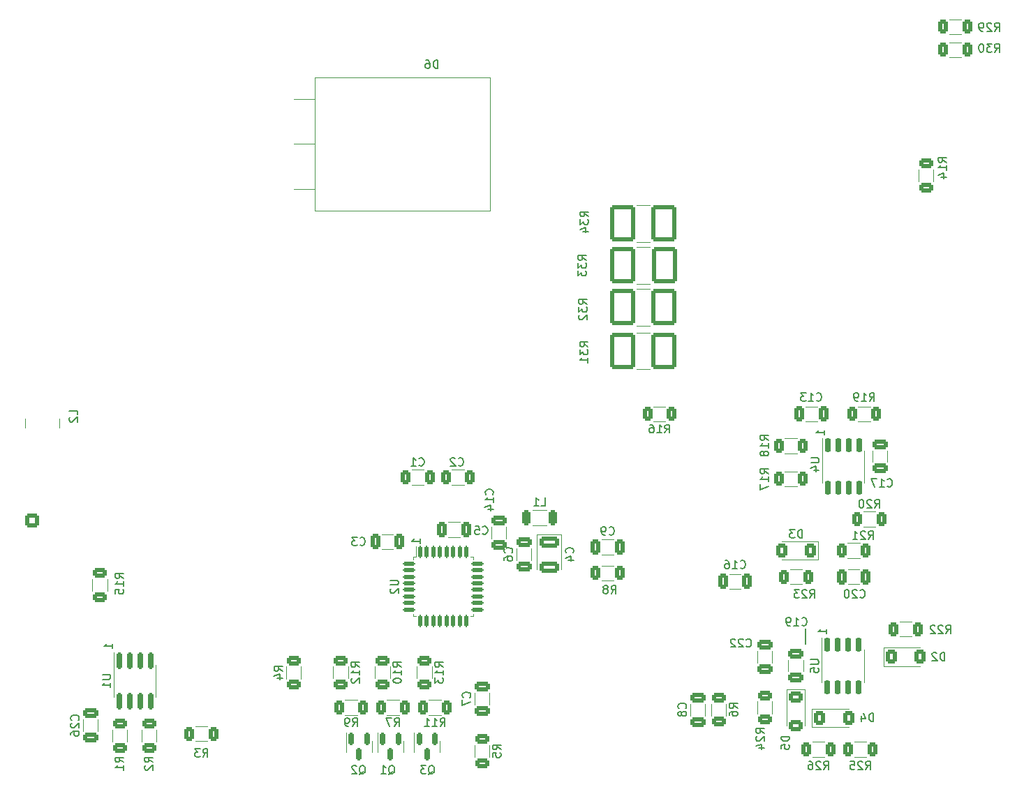
<source format=gbo>
G04 #@! TF.GenerationSoftware,KiCad,Pcbnew,7.0.2*
G04 #@! TF.CreationDate,2023-10-15T13:01:48+02:00*
G04 #@! TF.ProjectId,Module_2,4d6f6475-6c65-45f3-922e-6b696361645f,rev?*
G04 #@! TF.SameCoordinates,Original*
G04 #@! TF.FileFunction,Legend,Bot*
G04 #@! TF.FilePolarity,Positive*
%FSLAX46Y46*%
G04 Gerber Fmt 4.6, Leading zero omitted, Abs format (unit mm)*
G04 Created by KiCad (PCBNEW 7.0.2) date 2023-10-15 13:01:48*
%MOMM*%
%LPD*%
G01*
G04 APERTURE LIST*
G04 Aperture macros list*
%AMRoundRect*
0 Rectangle with rounded corners*
0 $1 Rounding radius*
0 $2 $3 $4 $5 $6 $7 $8 $9 X,Y pos of 4 corners*
0 Add a 4 corners polygon primitive as box body*
4,1,4,$2,$3,$4,$5,$6,$7,$8,$9,$2,$3,0*
0 Add four circle primitives for the rounded corners*
1,1,$1+$1,$2,$3*
1,1,$1+$1,$4,$5*
1,1,$1+$1,$6,$7*
1,1,$1+$1,$8,$9*
0 Add four rect primitives between the rounded corners*
20,1,$1+$1,$2,$3,$4,$5,0*
20,1,$1+$1,$4,$5,$6,$7,0*
20,1,$1+$1,$6,$7,$8,$9,0*
20,1,$1+$1,$8,$9,$2,$3,0*%
G04 Aperture macros list end*
%ADD10C,0.150000*%
%ADD11C,0.120000*%
%ADD12RoundRect,0.250000X-0.600000X-0.600000X0.600000X-0.600000X0.600000X0.600000X-0.600000X0.600000X0*%
%ADD13C,1.700000*%
%ADD14R,1.600000X1.600000*%
%ADD15C,1.600000*%
%ADD16C,2.400000*%
%ADD17O,2.400000X2.400000*%
%ADD18C,3.500000*%
%ADD19RoundRect,0.250000X0.600000X-0.600000X0.600000X0.600000X-0.600000X0.600000X-0.600000X-0.600000X0*%
%ADD20C,5.000000*%
%ADD21R,1.800000X1.800000*%
%ADD22C,1.800000*%
%ADD23R,1.730000X2.030000*%
%ADD24O,1.730000X2.030000*%
%ADD25C,2.000000*%
%ADD26C,1.500000*%
%ADD27O,1.600000X1.600000*%
%ADD28R,2.030000X1.730000*%
%ADD29O,2.030000X1.730000*%
%ADD30R,1.700000X1.700000*%
%ADD31O,1.700000X1.700000*%
%ADD32C,1.440000*%
%ADD33RoundRect,0.250000X-0.312500X-0.625000X0.312500X-0.625000X0.312500X0.625000X-0.312500X0.625000X0*%
%ADD34RoundRect,0.150000X-0.150000X0.587500X-0.150000X-0.587500X0.150000X-0.587500X0.150000X0.587500X0*%
%ADD35R,4.500000X1.750000*%
%ADD36RoundRect,0.250000X0.325000X0.650000X-0.325000X0.650000X-0.325000X-0.650000X0.325000X-0.650000X0*%
%ADD37RoundRect,0.250000X-0.625000X0.312500X-0.625000X-0.312500X0.625000X-0.312500X0.625000X0.312500X0*%
%ADD38RoundRect,0.250000X-0.400000X-0.600000X0.400000X-0.600000X0.400000X0.600000X-0.400000X0.600000X0*%
%ADD39RoundRect,0.250000X-0.650000X0.325000X-0.650000X-0.325000X0.650000X-0.325000X0.650000X0.325000X0*%
%ADD40RoundRect,0.250000X0.650000X-0.325000X0.650000X0.325000X-0.650000X0.325000X-0.650000X-0.325000X0*%
%ADD41RoundRect,0.250000X-0.325000X-0.650000X0.325000X-0.650000X0.325000X0.650000X-0.325000X0.650000X0*%
%ADD42RoundRect,0.250000X0.275000X0.700000X-0.275000X0.700000X-0.275000X-0.700000X0.275000X-0.700000X0*%
%ADD43RoundRect,0.250000X0.312500X0.625000X-0.312500X0.625000X-0.312500X-0.625000X0.312500X-0.625000X0*%
%ADD44RoundRect,0.250000X0.625000X-0.312500X0.625000X0.312500X-0.625000X0.312500X-0.625000X-0.312500X0*%
%ADD45RoundRect,0.250001X-1.262499X-1.974999X1.262499X-1.974999X1.262499X1.974999X-1.262499X1.974999X0*%
%ADD46RoundRect,0.125000X-0.125000X0.625000X-0.125000X-0.625000X0.125000X-0.625000X0.125000X0.625000X0*%
%ADD47RoundRect,0.125000X-0.625000X0.125000X-0.625000X-0.125000X0.625000X-0.125000X0.625000X0.125000X0*%
%ADD48RoundRect,0.150000X-0.150000X0.725000X-0.150000X-0.725000X0.150000X-0.725000X0.150000X0.725000X0*%
%ADD49RoundRect,0.250000X-0.925000X0.412500X-0.925000X-0.412500X0.925000X-0.412500X0.925000X0.412500X0*%
%ADD50RoundRect,0.150000X-0.150000X0.825000X-0.150000X-0.825000X0.150000X-0.825000X0.150000X0.825000X0*%
%ADD51RoundRect,0.250000X-0.600000X0.400000X-0.600000X-0.400000X0.600000X-0.400000X0.600000X0.400000X0*%
%ADD52RoundRect,0.250000X0.400000X0.600000X-0.400000X0.600000X-0.400000X-0.600000X0.400000X-0.600000X0*%
%ADD53O,3.600000X3.600000*%
%ADD54R,4.500000X2.500000*%
%ADD55O,4.500000X2.500000*%
G04 APERTURE END LIST*
D10*
X139540613Y-115954239D02*
X139575451Y-117812279D01*
X92788717Y-105638098D02*
X92788717Y-105066670D01*
X92788717Y-105352384D02*
X91788717Y-105352384D01*
X91788717Y-105352384D02*
X91931574Y-105257146D01*
X91931574Y-105257146D02*
X92026812Y-105161908D01*
X92026812Y-105161908D02*
X92074431Y-105066670D01*
X142117619Y-116585904D02*
X142117619Y-116014476D01*
X142117619Y-116300190D02*
X141117619Y-116300190D01*
X141117619Y-116300190D02*
X141260476Y-116204952D01*
X141260476Y-116204952D02*
X141355714Y-116109714D01*
X141355714Y-116109714D02*
X141403333Y-116014476D01*
X141863619Y-92455904D02*
X141863619Y-91884476D01*
X141863619Y-92170190D02*
X140863619Y-92170190D01*
X140863619Y-92170190D02*
X141006476Y-92074952D01*
X141006476Y-92074952D02*
X141101714Y-91979714D01*
X141101714Y-91979714D02*
X141149333Y-91884476D01*
X55503619Y-118363904D02*
X55503619Y-117792476D01*
X55503619Y-118078190D02*
X54503619Y-118078190D01*
X54503619Y-118078190D02*
X54646476Y-117982952D01*
X54646476Y-117982952D02*
X54741714Y-117887714D01*
X54741714Y-117887714D02*
X54789333Y-117792476D01*
X146847857Y-133050619D02*
X147181190Y-132574428D01*
X147419285Y-133050619D02*
X147419285Y-132050619D01*
X147419285Y-132050619D02*
X147038333Y-132050619D01*
X147038333Y-132050619D02*
X146943095Y-132098238D01*
X146943095Y-132098238D02*
X146895476Y-132145857D01*
X146895476Y-132145857D02*
X146847857Y-132241095D01*
X146847857Y-132241095D02*
X146847857Y-132383952D01*
X146847857Y-132383952D02*
X146895476Y-132479190D01*
X146895476Y-132479190D02*
X146943095Y-132526809D01*
X146943095Y-132526809D02*
X147038333Y-132574428D01*
X147038333Y-132574428D02*
X147419285Y-132574428D01*
X146466904Y-132145857D02*
X146419285Y-132098238D01*
X146419285Y-132098238D02*
X146324047Y-132050619D01*
X146324047Y-132050619D02*
X146085952Y-132050619D01*
X146085952Y-132050619D02*
X145990714Y-132098238D01*
X145990714Y-132098238D02*
X145943095Y-132145857D01*
X145943095Y-132145857D02*
X145895476Y-132241095D01*
X145895476Y-132241095D02*
X145895476Y-132336333D01*
X145895476Y-132336333D02*
X145943095Y-132479190D01*
X145943095Y-132479190D02*
X146514523Y-133050619D01*
X146514523Y-133050619D02*
X145895476Y-133050619D01*
X144990714Y-132050619D02*
X145466904Y-132050619D01*
X145466904Y-132050619D02*
X145514523Y-132526809D01*
X145514523Y-132526809D02*
X145466904Y-132479190D01*
X145466904Y-132479190D02*
X145371666Y-132431571D01*
X145371666Y-132431571D02*
X145133571Y-132431571D01*
X145133571Y-132431571D02*
X145038333Y-132479190D01*
X145038333Y-132479190D02*
X144990714Y-132526809D01*
X144990714Y-132526809D02*
X144943095Y-132622047D01*
X144943095Y-132622047D02*
X144943095Y-132860142D01*
X144943095Y-132860142D02*
X144990714Y-132955380D01*
X144990714Y-132955380D02*
X145038333Y-133003000D01*
X145038333Y-133003000D02*
X145133571Y-133050619D01*
X145133571Y-133050619D02*
X145371666Y-133050619D01*
X145371666Y-133050619D02*
X145466904Y-133003000D01*
X145466904Y-133003000D02*
X145514523Y-132955380D01*
X88995238Y-133653857D02*
X89090476Y-133606238D01*
X89090476Y-133606238D02*
X89185714Y-133511000D01*
X89185714Y-133511000D02*
X89328571Y-133368142D01*
X89328571Y-133368142D02*
X89423809Y-133320523D01*
X89423809Y-133320523D02*
X89519047Y-133320523D01*
X89471428Y-133558619D02*
X89566666Y-133511000D01*
X89566666Y-133511000D02*
X89661904Y-133415761D01*
X89661904Y-133415761D02*
X89709523Y-133225285D01*
X89709523Y-133225285D02*
X89709523Y-132891952D01*
X89709523Y-132891952D02*
X89661904Y-132701476D01*
X89661904Y-132701476D02*
X89566666Y-132606238D01*
X89566666Y-132606238D02*
X89471428Y-132558619D01*
X89471428Y-132558619D02*
X89280952Y-132558619D01*
X89280952Y-132558619D02*
X89185714Y-132606238D01*
X89185714Y-132606238D02*
X89090476Y-132701476D01*
X89090476Y-132701476D02*
X89042857Y-132891952D01*
X89042857Y-132891952D02*
X89042857Y-133225285D01*
X89042857Y-133225285D02*
X89090476Y-133415761D01*
X89090476Y-133415761D02*
X89185714Y-133511000D01*
X89185714Y-133511000D02*
X89280952Y-133558619D01*
X89280952Y-133558619D02*
X89471428Y-133558619D01*
X88090476Y-133558619D02*
X88661904Y-133558619D01*
X88376190Y-133558619D02*
X88376190Y-132558619D01*
X88376190Y-132558619D02*
X88471428Y-132701476D01*
X88471428Y-132701476D02*
X88566666Y-132796714D01*
X88566666Y-132796714D02*
X88661904Y-132844333D01*
X51262619Y-90003333D02*
X51262619Y-89527143D01*
X51262619Y-89527143D02*
X50262619Y-89527143D01*
X50357857Y-90289048D02*
X50310238Y-90336667D01*
X50310238Y-90336667D02*
X50262619Y-90431905D01*
X50262619Y-90431905D02*
X50262619Y-90670000D01*
X50262619Y-90670000D02*
X50310238Y-90765238D01*
X50310238Y-90765238D02*
X50357857Y-90812857D01*
X50357857Y-90812857D02*
X50453095Y-90860476D01*
X50453095Y-90860476D02*
X50548333Y-90860476D01*
X50548333Y-90860476D02*
X50691190Y-90812857D01*
X50691190Y-90812857D02*
X51262619Y-90241429D01*
X51262619Y-90241429D02*
X51262619Y-90860476D01*
X146184857Y-112127380D02*
X146232476Y-112175000D01*
X146232476Y-112175000D02*
X146375333Y-112222619D01*
X146375333Y-112222619D02*
X146470571Y-112222619D01*
X146470571Y-112222619D02*
X146613428Y-112175000D01*
X146613428Y-112175000D02*
X146708666Y-112079761D01*
X146708666Y-112079761D02*
X146756285Y-111984523D01*
X146756285Y-111984523D02*
X146803904Y-111794047D01*
X146803904Y-111794047D02*
X146803904Y-111651190D01*
X146803904Y-111651190D02*
X146756285Y-111460714D01*
X146756285Y-111460714D02*
X146708666Y-111365476D01*
X146708666Y-111365476D02*
X146613428Y-111270238D01*
X146613428Y-111270238D02*
X146470571Y-111222619D01*
X146470571Y-111222619D02*
X146375333Y-111222619D01*
X146375333Y-111222619D02*
X146232476Y-111270238D01*
X146232476Y-111270238D02*
X146184857Y-111317857D01*
X145803904Y-111317857D02*
X145756285Y-111270238D01*
X145756285Y-111270238D02*
X145661047Y-111222619D01*
X145661047Y-111222619D02*
X145422952Y-111222619D01*
X145422952Y-111222619D02*
X145327714Y-111270238D01*
X145327714Y-111270238D02*
X145280095Y-111317857D01*
X145280095Y-111317857D02*
X145232476Y-111413095D01*
X145232476Y-111413095D02*
X145232476Y-111508333D01*
X145232476Y-111508333D02*
X145280095Y-111651190D01*
X145280095Y-111651190D02*
X145851523Y-112222619D01*
X145851523Y-112222619D02*
X145232476Y-112222619D01*
X144613428Y-111222619D02*
X144518190Y-111222619D01*
X144518190Y-111222619D02*
X144422952Y-111270238D01*
X144422952Y-111270238D02*
X144375333Y-111317857D01*
X144375333Y-111317857D02*
X144327714Y-111413095D01*
X144327714Y-111413095D02*
X144280095Y-111603571D01*
X144280095Y-111603571D02*
X144280095Y-111841666D01*
X144280095Y-111841666D02*
X144327714Y-112032142D01*
X144327714Y-112032142D02*
X144375333Y-112127380D01*
X144375333Y-112127380D02*
X144422952Y-112175000D01*
X144422952Y-112175000D02*
X144518190Y-112222619D01*
X144518190Y-112222619D02*
X144613428Y-112222619D01*
X144613428Y-112222619D02*
X144708666Y-112175000D01*
X144708666Y-112175000D02*
X144756285Y-112127380D01*
X144756285Y-112127380D02*
X144803904Y-112032142D01*
X144803904Y-112032142D02*
X144851523Y-111841666D01*
X144851523Y-111841666D02*
X144851523Y-111603571D01*
X144851523Y-111603571D02*
X144803904Y-111413095D01*
X144803904Y-111413095D02*
X144756285Y-111317857D01*
X144756285Y-111317857D02*
X144708666Y-111270238D01*
X144708666Y-111270238D02*
X144613428Y-111222619D01*
X156598857Y-116540619D02*
X156932190Y-116064428D01*
X157170285Y-116540619D02*
X157170285Y-115540619D01*
X157170285Y-115540619D02*
X156789333Y-115540619D01*
X156789333Y-115540619D02*
X156694095Y-115588238D01*
X156694095Y-115588238D02*
X156646476Y-115635857D01*
X156646476Y-115635857D02*
X156598857Y-115731095D01*
X156598857Y-115731095D02*
X156598857Y-115873952D01*
X156598857Y-115873952D02*
X156646476Y-115969190D01*
X156646476Y-115969190D02*
X156694095Y-116016809D01*
X156694095Y-116016809D02*
X156789333Y-116064428D01*
X156789333Y-116064428D02*
X157170285Y-116064428D01*
X156217904Y-115635857D02*
X156170285Y-115588238D01*
X156170285Y-115588238D02*
X156075047Y-115540619D01*
X156075047Y-115540619D02*
X155836952Y-115540619D01*
X155836952Y-115540619D02*
X155741714Y-115588238D01*
X155741714Y-115588238D02*
X155694095Y-115635857D01*
X155694095Y-115635857D02*
X155646476Y-115731095D01*
X155646476Y-115731095D02*
X155646476Y-115826333D01*
X155646476Y-115826333D02*
X155694095Y-115969190D01*
X155694095Y-115969190D02*
X156265523Y-116540619D01*
X156265523Y-116540619D02*
X155646476Y-116540619D01*
X155265523Y-115635857D02*
X155217904Y-115588238D01*
X155217904Y-115588238D02*
X155122666Y-115540619D01*
X155122666Y-115540619D02*
X154884571Y-115540619D01*
X154884571Y-115540619D02*
X154789333Y-115588238D01*
X154789333Y-115588238D02*
X154741714Y-115635857D01*
X154741714Y-115635857D02*
X154694095Y-115731095D01*
X154694095Y-115731095D02*
X154694095Y-115826333D01*
X154694095Y-115826333D02*
X154741714Y-115969190D01*
X154741714Y-115969190D02*
X155313142Y-116540619D01*
X155313142Y-116540619D02*
X154694095Y-116540619D01*
X56850619Y-109847142D02*
X56374428Y-109513809D01*
X56850619Y-109275714D02*
X55850619Y-109275714D01*
X55850619Y-109275714D02*
X55850619Y-109656666D01*
X55850619Y-109656666D02*
X55898238Y-109751904D01*
X55898238Y-109751904D02*
X55945857Y-109799523D01*
X55945857Y-109799523D02*
X56041095Y-109847142D01*
X56041095Y-109847142D02*
X56183952Y-109847142D01*
X56183952Y-109847142D02*
X56279190Y-109799523D01*
X56279190Y-109799523D02*
X56326809Y-109751904D01*
X56326809Y-109751904D02*
X56374428Y-109656666D01*
X56374428Y-109656666D02*
X56374428Y-109275714D01*
X56850619Y-110799523D02*
X56850619Y-110228095D01*
X56850619Y-110513809D02*
X55850619Y-110513809D01*
X55850619Y-110513809D02*
X55993476Y-110418571D01*
X55993476Y-110418571D02*
X56088714Y-110323333D01*
X56088714Y-110323333D02*
X56136333Y-110228095D01*
X55850619Y-111704285D02*
X55850619Y-111228095D01*
X55850619Y-111228095D02*
X56326809Y-111180476D01*
X56326809Y-111180476D02*
X56279190Y-111228095D01*
X56279190Y-111228095D02*
X56231571Y-111323333D01*
X56231571Y-111323333D02*
X56231571Y-111561428D01*
X56231571Y-111561428D02*
X56279190Y-111656666D01*
X56279190Y-111656666D02*
X56326809Y-111704285D01*
X56326809Y-111704285D02*
X56422047Y-111751904D01*
X56422047Y-111751904D02*
X56660142Y-111751904D01*
X56660142Y-111751904D02*
X56755380Y-111704285D01*
X56755380Y-111704285D02*
X56803000Y-111656666D01*
X56803000Y-111656666D02*
X56850619Y-111561428D01*
X56850619Y-111561428D02*
X56850619Y-111323333D01*
X56850619Y-111323333D02*
X56803000Y-111228095D01*
X56803000Y-111228095D02*
X56755380Y-111180476D01*
X95257857Y-127812619D02*
X95591190Y-127336428D01*
X95829285Y-127812619D02*
X95829285Y-126812619D01*
X95829285Y-126812619D02*
X95448333Y-126812619D01*
X95448333Y-126812619D02*
X95353095Y-126860238D01*
X95353095Y-126860238D02*
X95305476Y-126907857D01*
X95305476Y-126907857D02*
X95257857Y-127003095D01*
X95257857Y-127003095D02*
X95257857Y-127145952D01*
X95257857Y-127145952D02*
X95305476Y-127241190D01*
X95305476Y-127241190D02*
X95353095Y-127288809D01*
X95353095Y-127288809D02*
X95448333Y-127336428D01*
X95448333Y-127336428D02*
X95829285Y-127336428D01*
X94305476Y-127812619D02*
X94876904Y-127812619D01*
X94591190Y-127812619D02*
X94591190Y-126812619D01*
X94591190Y-126812619D02*
X94686428Y-126955476D01*
X94686428Y-126955476D02*
X94781666Y-127050714D01*
X94781666Y-127050714D02*
X94876904Y-127098333D01*
X93353095Y-127812619D02*
X93924523Y-127812619D01*
X93638809Y-127812619D02*
X93638809Y-126812619D01*
X93638809Y-126812619D02*
X93734047Y-126955476D01*
X93734047Y-126955476D02*
X93829285Y-127050714D01*
X93829285Y-127050714D02*
X93924523Y-127098333D01*
X122501357Y-92198619D02*
X122834690Y-91722428D01*
X123072785Y-92198619D02*
X123072785Y-91198619D01*
X123072785Y-91198619D02*
X122691833Y-91198619D01*
X122691833Y-91198619D02*
X122596595Y-91246238D01*
X122596595Y-91246238D02*
X122548976Y-91293857D01*
X122548976Y-91293857D02*
X122501357Y-91389095D01*
X122501357Y-91389095D02*
X122501357Y-91531952D01*
X122501357Y-91531952D02*
X122548976Y-91627190D01*
X122548976Y-91627190D02*
X122596595Y-91674809D01*
X122596595Y-91674809D02*
X122691833Y-91722428D01*
X122691833Y-91722428D02*
X123072785Y-91722428D01*
X121548976Y-92198619D02*
X122120404Y-92198619D01*
X121834690Y-92198619D02*
X121834690Y-91198619D01*
X121834690Y-91198619D02*
X121929928Y-91341476D01*
X121929928Y-91341476D02*
X122025166Y-91436714D01*
X122025166Y-91436714D02*
X122120404Y-91484333D01*
X120691833Y-91198619D02*
X120882309Y-91198619D01*
X120882309Y-91198619D02*
X120977547Y-91246238D01*
X120977547Y-91246238D02*
X121025166Y-91293857D01*
X121025166Y-91293857D02*
X121120404Y-91436714D01*
X121120404Y-91436714D02*
X121168023Y-91627190D01*
X121168023Y-91627190D02*
X121168023Y-92008142D01*
X121168023Y-92008142D02*
X121120404Y-92103380D01*
X121120404Y-92103380D02*
X121072785Y-92151000D01*
X121072785Y-92151000D02*
X120977547Y-92198619D01*
X120977547Y-92198619D02*
X120787071Y-92198619D01*
X120787071Y-92198619D02*
X120691833Y-92151000D01*
X120691833Y-92151000D02*
X120644214Y-92103380D01*
X120644214Y-92103380D02*
X120596595Y-92008142D01*
X120596595Y-92008142D02*
X120596595Y-91770047D01*
X120596595Y-91770047D02*
X120644214Y-91674809D01*
X120644214Y-91674809D02*
X120691833Y-91627190D01*
X120691833Y-91627190D02*
X120787071Y-91579571D01*
X120787071Y-91579571D02*
X120977547Y-91579571D01*
X120977547Y-91579571D02*
X121072785Y-91627190D01*
X121072785Y-91627190D02*
X121120404Y-91674809D01*
X121120404Y-91674809D02*
X121168023Y-91770047D01*
X147804094Y-127208619D02*
X147804094Y-126208619D01*
X147804094Y-126208619D02*
X147565999Y-126208619D01*
X147565999Y-126208619D02*
X147423142Y-126256238D01*
X147423142Y-126256238D02*
X147327904Y-126351476D01*
X147327904Y-126351476D02*
X147280285Y-126446714D01*
X147280285Y-126446714D02*
X147232666Y-126637190D01*
X147232666Y-126637190D02*
X147232666Y-126780047D01*
X147232666Y-126780047D02*
X147280285Y-126970523D01*
X147280285Y-126970523D02*
X147327904Y-127065761D01*
X147327904Y-127065761D02*
X147423142Y-127161000D01*
X147423142Y-127161000D02*
X147565999Y-127208619D01*
X147565999Y-127208619D02*
X147804094Y-127208619D01*
X146375523Y-126541952D02*
X146375523Y-127208619D01*
X146613618Y-126161000D02*
X146851713Y-126875285D01*
X146851713Y-126875285D02*
X146232666Y-126875285D01*
X51349380Y-127057642D02*
X51397000Y-127010023D01*
X51397000Y-127010023D02*
X51444619Y-126867166D01*
X51444619Y-126867166D02*
X51444619Y-126771928D01*
X51444619Y-126771928D02*
X51397000Y-126629071D01*
X51397000Y-126629071D02*
X51301761Y-126533833D01*
X51301761Y-126533833D02*
X51206523Y-126486214D01*
X51206523Y-126486214D02*
X51016047Y-126438595D01*
X51016047Y-126438595D02*
X50873190Y-126438595D01*
X50873190Y-126438595D02*
X50682714Y-126486214D01*
X50682714Y-126486214D02*
X50587476Y-126533833D01*
X50587476Y-126533833D02*
X50492238Y-126629071D01*
X50492238Y-126629071D02*
X50444619Y-126771928D01*
X50444619Y-126771928D02*
X50444619Y-126867166D01*
X50444619Y-126867166D02*
X50492238Y-127010023D01*
X50492238Y-127010023D02*
X50539857Y-127057642D01*
X50539857Y-127438595D02*
X50492238Y-127486214D01*
X50492238Y-127486214D02*
X50444619Y-127581452D01*
X50444619Y-127581452D02*
X50444619Y-127819547D01*
X50444619Y-127819547D02*
X50492238Y-127914785D01*
X50492238Y-127914785D02*
X50539857Y-127962404D01*
X50539857Y-127962404D02*
X50635095Y-128010023D01*
X50635095Y-128010023D02*
X50730333Y-128010023D01*
X50730333Y-128010023D02*
X50873190Y-127962404D01*
X50873190Y-127962404D02*
X51444619Y-127390976D01*
X51444619Y-127390976D02*
X51444619Y-128010023D01*
X50444619Y-128867166D02*
X50444619Y-128676690D01*
X50444619Y-128676690D02*
X50492238Y-128581452D01*
X50492238Y-128581452D02*
X50539857Y-128533833D01*
X50539857Y-128533833D02*
X50682714Y-128438595D01*
X50682714Y-128438595D02*
X50873190Y-128390976D01*
X50873190Y-128390976D02*
X51254142Y-128390976D01*
X51254142Y-128390976D02*
X51349380Y-128438595D01*
X51349380Y-128438595D02*
X51397000Y-128486214D01*
X51397000Y-128486214D02*
X51444619Y-128581452D01*
X51444619Y-128581452D02*
X51444619Y-128771928D01*
X51444619Y-128771928D02*
X51397000Y-128867166D01*
X51397000Y-128867166D02*
X51349380Y-128914785D01*
X51349380Y-128914785D02*
X51254142Y-128962404D01*
X51254142Y-128962404D02*
X51016047Y-128962404D01*
X51016047Y-128962404D02*
X50920809Y-128914785D01*
X50920809Y-128914785D02*
X50873190Y-128867166D01*
X50873190Y-128867166D02*
X50825571Y-128771928D01*
X50825571Y-128771928D02*
X50825571Y-128581452D01*
X50825571Y-128581452D02*
X50873190Y-128486214D01*
X50873190Y-128486214D02*
X50920809Y-128438595D01*
X50920809Y-128438595D02*
X51016047Y-128390976D01*
X149486857Y-98665380D02*
X149534476Y-98713000D01*
X149534476Y-98713000D02*
X149677333Y-98760619D01*
X149677333Y-98760619D02*
X149772571Y-98760619D01*
X149772571Y-98760619D02*
X149915428Y-98713000D01*
X149915428Y-98713000D02*
X150010666Y-98617761D01*
X150010666Y-98617761D02*
X150058285Y-98522523D01*
X150058285Y-98522523D02*
X150105904Y-98332047D01*
X150105904Y-98332047D02*
X150105904Y-98189190D01*
X150105904Y-98189190D02*
X150058285Y-97998714D01*
X150058285Y-97998714D02*
X150010666Y-97903476D01*
X150010666Y-97903476D02*
X149915428Y-97808238D01*
X149915428Y-97808238D02*
X149772571Y-97760619D01*
X149772571Y-97760619D02*
X149677333Y-97760619D01*
X149677333Y-97760619D02*
X149534476Y-97808238D01*
X149534476Y-97808238D02*
X149486857Y-97855857D01*
X148534476Y-98760619D02*
X149105904Y-98760619D01*
X148820190Y-98760619D02*
X148820190Y-97760619D01*
X148820190Y-97760619D02*
X148915428Y-97903476D01*
X148915428Y-97903476D02*
X149010666Y-97998714D01*
X149010666Y-97998714D02*
X149105904Y-98046333D01*
X148201142Y-97760619D02*
X147534476Y-97760619D01*
X147534476Y-97760619D02*
X147963047Y-98760619D01*
X125009380Y-125624833D02*
X125057000Y-125577214D01*
X125057000Y-125577214D02*
X125104619Y-125434357D01*
X125104619Y-125434357D02*
X125104619Y-125339119D01*
X125104619Y-125339119D02*
X125057000Y-125196262D01*
X125057000Y-125196262D02*
X124961761Y-125101024D01*
X124961761Y-125101024D02*
X124866523Y-125053405D01*
X124866523Y-125053405D02*
X124676047Y-125005786D01*
X124676047Y-125005786D02*
X124533190Y-125005786D01*
X124533190Y-125005786D02*
X124342714Y-125053405D01*
X124342714Y-125053405D02*
X124247476Y-125101024D01*
X124247476Y-125101024D02*
X124152238Y-125196262D01*
X124152238Y-125196262D02*
X124104619Y-125339119D01*
X124104619Y-125339119D02*
X124104619Y-125434357D01*
X124104619Y-125434357D02*
X124152238Y-125577214D01*
X124152238Y-125577214D02*
X124199857Y-125624833D01*
X124533190Y-126196262D02*
X124485571Y-126101024D01*
X124485571Y-126101024D02*
X124437952Y-126053405D01*
X124437952Y-126053405D02*
X124342714Y-126005786D01*
X124342714Y-126005786D02*
X124295095Y-126005786D01*
X124295095Y-126005786D02*
X124199857Y-126053405D01*
X124199857Y-126053405D02*
X124152238Y-126101024D01*
X124152238Y-126101024D02*
X124104619Y-126196262D01*
X124104619Y-126196262D02*
X124104619Y-126386738D01*
X124104619Y-126386738D02*
X124152238Y-126481976D01*
X124152238Y-126481976D02*
X124199857Y-126529595D01*
X124199857Y-126529595D02*
X124295095Y-126577214D01*
X124295095Y-126577214D02*
X124342714Y-126577214D01*
X124342714Y-126577214D02*
X124437952Y-126529595D01*
X124437952Y-126529595D02*
X124485571Y-126481976D01*
X124485571Y-126481976D02*
X124533190Y-126386738D01*
X124533190Y-126386738D02*
X124533190Y-126196262D01*
X124533190Y-126196262D02*
X124580809Y-126101024D01*
X124580809Y-126101024D02*
X124628428Y-126053405D01*
X124628428Y-126053405D02*
X124723666Y-126005786D01*
X124723666Y-126005786D02*
X124914142Y-126005786D01*
X124914142Y-126005786D02*
X125009380Y-126053405D01*
X125009380Y-126053405D02*
X125057000Y-126101024D01*
X125057000Y-126101024D02*
X125104619Y-126196262D01*
X125104619Y-126196262D02*
X125104619Y-126386738D01*
X125104619Y-126386738D02*
X125057000Y-126481976D01*
X125057000Y-126481976D02*
X125009380Y-126529595D01*
X125009380Y-126529595D02*
X124914142Y-126577214D01*
X124914142Y-126577214D02*
X124723666Y-126577214D01*
X124723666Y-126577214D02*
X124628428Y-126529595D01*
X124628428Y-126529595D02*
X124580809Y-126481976D01*
X124580809Y-126481976D02*
X124533190Y-126386738D01*
X140899857Y-88251380D02*
X140947476Y-88299000D01*
X140947476Y-88299000D02*
X141090333Y-88346619D01*
X141090333Y-88346619D02*
X141185571Y-88346619D01*
X141185571Y-88346619D02*
X141328428Y-88299000D01*
X141328428Y-88299000D02*
X141423666Y-88203761D01*
X141423666Y-88203761D02*
X141471285Y-88108523D01*
X141471285Y-88108523D02*
X141518904Y-87918047D01*
X141518904Y-87918047D02*
X141518904Y-87775190D01*
X141518904Y-87775190D02*
X141471285Y-87584714D01*
X141471285Y-87584714D02*
X141423666Y-87489476D01*
X141423666Y-87489476D02*
X141328428Y-87394238D01*
X141328428Y-87394238D02*
X141185571Y-87346619D01*
X141185571Y-87346619D02*
X141090333Y-87346619D01*
X141090333Y-87346619D02*
X140947476Y-87394238D01*
X140947476Y-87394238D02*
X140899857Y-87441857D01*
X139947476Y-88346619D02*
X140518904Y-88346619D01*
X140233190Y-88346619D02*
X140233190Y-87346619D01*
X140233190Y-87346619D02*
X140328428Y-87489476D01*
X140328428Y-87489476D02*
X140423666Y-87584714D01*
X140423666Y-87584714D02*
X140518904Y-87632333D01*
X139614142Y-87346619D02*
X138995095Y-87346619D01*
X138995095Y-87346619D02*
X139328428Y-87727571D01*
X139328428Y-87727571D02*
X139185571Y-87727571D01*
X139185571Y-87727571D02*
X139090333Y-87775190D01*
X139090333Y-87775190D02*
X139042714Y-87822809D01*
X139042714Y-87822809D02*
X138995095Y-87918047D01*
X138995095Y-87918047D02*
X138995095Y-88156142D01*
X138995095Y-88156142D02*
X139042714Y-88251380D01*
X139042714Y-88251380D02*
X139090333Y-88299000D01*
X139090333Y-88299000D02*
X139185571Y-88346619D01*
X139185571Y-88346619D02*
X139471285Y-88346619D01*
X139471285Y-88346619D02*
X139566523Y-88299000D01*
X139566523Y-88299000D02*
X139614142Y-88251380D01*
X156440094Y-119842619D02*
X156440094Y-118842619D01*
X156440094Y-118842619D02*
X156201999Y-118842619D01*
X156201999Y-118842619D02*
X156059142Y-118890238D01*
X156059142Y-118890238D02*
X155963904Y-118985476D01*
X155963904Y-118985476D02*
X155916285Y-119080714D01*
X155916285Y-119080714D02*
X155868666Y-119271190D01*
X155868666Y-119271190D02*
X155868666Y-119414047D01*
X155868666Y-119414047D02*
X155916285Y-119604523D01*
X155916285Y-119604523D02*
X155963904Y-119699761D01*
X155963904Y-119699761D02*
X156059142Y-119795000D01*
X156059142Y-119795000D02*
X156201999Y-119842619D01*
X156201999Y-119842619D02*
X156440094Y-119842619D01*
X155487713Y-118937857D02*
X155440094Y-118890238D01*
X155440094Y-118890238D02*
X155344856Y-118842619D01*
X155344856Y-118842619D02*
X155106761Y-118842619D01*
X155106761Y-118842619D02*
X155011523Y-118890238D01*
X155011523Y-118890238D02*
X154963904Y-118937857D01*
X154963904Y-118937857D02*
X154916285Y-119033095D01*
X154916285Y-119033095D02*
X154916285Y-119128333D01*
X154916285Y-119128333D02*
X154963904Y-119271190D01*
X154963904Y-119271190D02*
X155535332Y-119842619D01*
X155535332Y-119842619D02*
X154916285Y-119842619D01*
X93821238Y-133653857D02*
X93916476Y-133606238D01*
X93916476Y-133606238D02*
X94011714Y-133511000D01*
X94011714Y-133511000D02*
X94154571Y-133368142D01*
X94154571Y-133368142D02*
X94249809Y-133320523D01*
X94249809Y-133320523D02*
X94345047Y-133320523D01*
X94297428Y-133558619D02*
X94392666Y-133511000D01*
X94392666Y-133511000D02*
X94487904Y-133415761D01*
X94487904Y-133415761D02*
X94535523Y-133225285D01*
X94535523Y-133225285D02*
X94535523Y-132891952D01*
X94535523Y-132891952D02*
X94487904Y-132701476D01*
X94487904Y-132701476D02*
X94392666Y-132606238D01*
X94392666Y-132606238D02*
X94297428Y-132558619D01*
X94297428Y-132558619D02*
X94106952Y-132558619D01*
X94106952Y-132558619D02*
X94011714Y-132606238D01*
X94011714Y-132606238D02*
X93916476Y-132701476D01*
X93916476Y-132701476D02*
X93868857Y-132891952D01*
X93868857Y-132891952D02*
X93868857Y-133225285D01*
X93868857Y-133225285D02*
X93916476Y-133415761D01*
X93916476Y-133415761D02*
X94011714Y-133511000D01*
X94011714Y-133511000D02*
X94106952Y-133558619D01*
X94106952Y-133558619D02*
X94297428Y-133558619D01*
X93535523Y-132558619D02*
X92916476Y-132558619D01*
X92916476Y-132558619D02*
X93249809Y-132939571D01*
X93249809Y-132939571D02*
X93106952Y-132939571D01*
X93106952Y-132939571D02*
X93011714Y-132987190D01*
X93011714Y-132987190D02*
X92964095Y-133034809D01*
X92964095Y-133034809D02*
X92916476Y-133130047D01*
X92916476Y-133130047D02*
X92916476Y-133368142D01*
X92916476Y-133368142D02*
X92964095Y-133463380D01*
X92964095Y-133463380D02*
X93011714Y-133511000D01*
X93011714Y-133511000D02*
X93106952Y-133558619D01*
X93106952Y-133558619D02*
X93392666Y-133558619D01*
X93392666Y-133558619D02*
X93487904Y-133511000D01*
X93487904Y-133511000D02*
X93535523Y-133463380D01*
X132373897Y-118096742D02*
X132421516Y-118144362D01*
X132421516Y-118144362D02*
X132564373Y-118191981D01*
X132564373Y-118191981D02*
X132659611Y-118191981D01*
X132659611Y-118191981D02*
X132802468Y-118144362D01*
X132802468Y-118144362D02*
X132897706Y-118049123D01*
X132897706Y-118049123D02*
X132945325Y-117953885D01*
X132945325Y-117953885D02*
X132992944Y-117763409D01*
X132992944Y-117763409D02*
X132992944Y-117620552D01*
X132992944Y-117620552D02*
X132945325Y-117430076D01*
X132945325Y-117430076D02*
X132897706Y-117334838D01*
X132897706Y-117334838D02*
X132802468Y-117239600D01*
X132802468Y-117239600D02*
X132659611Y-117191981D01*
X132659611Y-117191981D02*
X132564373Y-117191981D01*
X132564373Y-117191981D02*
X132421516Y-117239600D01*
X132421516Y-117239600D02*
X132373897Y-117287219D01*
X131992944Y-117287219D02*
X131945325Y-117239600D01*
X131945325Y-117239600D02*
X131850087Y-117191981D01*
X131850087Y-117191981D02*
X131611992Y-117191981D01*
X131611992Y-117191981D02*
X131516754Y-117239600D01*
X131516754Y-117239600D02*
X131469135Y-117287219D01*
X131469135Y-117287219D02*
X131421516Y-117382457D01*
X131421516Y-117382457D02*
X131421516Y-117477695D01*
X131421516Y-117477695D02*
X131469135Y-117620552D01*
X131469135Y-117620552D02*
X132040563Y-118191981D01*
X132040563Y-118191981D02*
X131421516Y-118191981D01*
X131040563Y-117287219D02*
X130992944Y-117239600D01*
X130992944Y-117239600D02*
X130897706Y-117191981D01*
X130897706Y-117191981D02*
X130659611Y-117191981D01*
X130659611Y-117191981D02*
X130564373Y-117239600D01*
X130564373Y-117239600D02*
X130516754Y-117287219D01*
X130516754Y-117287219D02*
X130469135Y-117382457D01*
X130469135Y-117382457D02*
X130469135Y-117477695D01*
X130469135Y-117477695D02*
X130516754Y-117620552D01*
X130516754Y-117620552D02*
X131088182Y-118191981D01*
X131088182Y-118191981D02*
X130469135Y-118191981D01*
X139109290Y-115508727D02*
X139156909Y-115556347D01*
X139156909Y-115556347D02*
X139299766Y-115603966D01*
X139299766Y-115603966D02*
X139395004Y-115603966D01*
X139395004Y-115603966D02*
X139537861Y-115556347D01*
X139537861Y-115556347D02*
X139633099Y-115461108D01*
X139633099Y-115461108D02*
X139680718Y-115365870D01*
X139680718Y-115365870D02*
X139728337Y-115175394D01*
X139728337Y-115175394D02*
X139728337Y-115032537D01*
X139728337Y-115032537D02*
X139680718Y-114842061D01*
X139680718Y-114842061D02*
X139633099Y-114746823D01*
X139633099Y-114746823D02*
X139537861Y-114651585D01*
X139537861Y-114651585D02*
X139395004Y-114603966D01*
X139395004Y-114603966D02*
X139299766Y-114603966D01*
X139299766Y-114603966D02*
X139156909Y-114651585D01*
X139156909Y-114651585D02*
X139109290Y-114699204D01*
X138156909Y-115603966D02*
X138728337Y-115603966D01*
X138442623Y-115603966D02*
X138442623Y-114603966D01*
X138442623Y-114603966D02*
X138537861Y-114746823D01*
X138537861Y-114746823D02*
X138633099Y-114842061D01*
X138633099Y-114842061D02*
X138728337Y-114889680D01*
X137680718Y-115603966D02*
X137490242Y-115603966D01*
X137490242Y-115603966D02*
X137395004Y-115556347D01*
X137395004Y-115556347D02*
X137347385Y-115508727D01*
X137347385Y-115508727D02*
X137252147Y-115365870D01*
X137252147Y-115365870D02*
X137204528Y-115175394D01*
X137204528Y-115175394D02*
X137204528Y-114794442D01*
X137204528Y-114794442D02*
X137252147Y-114699204D01*
X137252147Y-114699204D02*
X137299766Y-114651585D01*
X137299766Y-114651585D02*
X137395004Y-114603966D01*
X137395004Y-114603966D02*
X137585480Y-114603966D01*
X137585480Y-114603966D02*
X137680718Y-114651585D01*
X137680718Y-114651585D02*
X137728337Y-114699204D01*
X137728337Y-114699204D02*
X137775956Y-114794442D01*
X137775956Y-114794442D02*
X137775956Y-115032537D01*
X137775956Y-115032537D02*
X137728337Y-115127775D01*
X137728337Y-115127775D02*
X137680718Y-115175394D01*
X137680718Y-115175394D02*
X137585480Y-115223013D01*
X137585480Y-115223013D02*
X137395004Y-115223013D01*
X137395004Y-115223013D02*
X137299766Y-115175394D01*
X137299766Y-115175394D02*
X137252147Y-115127775D01*
X137252147Y-115127775D02*
X137204528Y-115032537D01*
X107481666Y-101051619D02*
X107957856Y-101051619D01*
X107957856Y-101051619D02*
X107957856Y-100051619D01*
X106624523Y-101051619D02*
X107195951Y-101051619D01*
X106910237Y-101051619D02*
X106910237Y-100051619D01*
X106910237Y-100051619D02*
X107005475Y-100194476D01*
X107005475Y-100194476D02*
X107100713Y-100289714D01*
X107100713Y-100289714D02*
X107195951Y-100337333D01*
X56850619Y-132167333D02*
X56374428Y-131834000D01*
X56850619Y-131595905D02*
X55850619Y-131595905D01*
X55850619Y-131595905D02*
X55850619Y-131976857D01*
X55850619Y-131976857D02*
X55898238Y-132072095D01*
X55898238Y-132072095D02*
X55945857Y-132119714D01*
X55945857Y-132119714D02*
X56041095Y-132167333D01*
X56041095Y-132167333D02*
X56183952Y-132167333D01*
X56183952Y-132167333D02*
X56279190Y-132119714D01*
X56279190Y-132119714D02*
X56326809Y-132072095D01*
X56326809Y-132072095D02*
X56374428Y-131976857D01*
X56374428Y-131976857D02*
X56374428Y-131595905D01*
X56850619Y-133119714D02*
X56850619Y-132548286D01*
X56850619Y-132834000D02*
X55850619Y-132834000D01*
X55850619Y-132834000D02*
X55993476Y-132738762D01*
X55993476Y-132738762D02*
X56088714Y-132643524D01*
X56088714Y-132643524D02*
X56136333Y-132548286D01*
X60406619Y-132167333D02*
X59930428Y-131834000D01*
X60406619Y-131595905D02*
X59406619Y-131595905D01*
X59406619Y-131595905D02*
X59406619Y-131976857D01*
X59406619Y-131976857D02*
X59454238Y-132072095D01*
X59454238Y-132072095D02*
X59501857Y-132119714D01*
X59501857Y-132119714D02*
X59597095Y-132167333D01*
X59597095Y-132167333D02*
X59739952Y-132167333D01*
X59739952Y-132167333D02*
X59835190Y-132119714D01*
X59835190Y-132119714D02*
X59882809Y-132072095D01*
X59882809Y-132072095D02*
X59930428Y-131976857D01*
X59930428Y-131976857D02*
X59930428Y-131595905D01*
X59501857Y-132548286D02*
X59454238Y-132595905D01*
X59454238Y-132595905D02*
X59406619Y-132691143D01*
X59406619Y-132691143D02*
X59406619Y-132929238D01*
X59406619Y-132929238D02*
X59454238Y-133024476D01*
X59454238Y-133024476D02*
X59501857Y-133072095D01*
X59501857Y-133072095D02*
X59597095Y-133119714D01*
X59597095Y-133119714D02*
X59692333Y-133119714D01*
X59692333Y-133119714D02*
X59835190Y-133072095D01*
X59835190Y-133072095D02*
X60406619Y-132500667D01*
X60406619Y-132500667D02*
X60406619Y-133119714D01*
X115990666Y-111714619D02*
X116323999Y-111238428D01*
X116562094Y-111714619D02*
X116562094Y-110714619D01*
X116562094Y-110714619D02*
X116181142Y-110714619D01*
X116181142Y-110714619D02*
X116085904Y-110762238D01*
X116085904Y-110762238D02*
X116038285Y-110809857D01*
X116038285Y-110809857D02*
X115990666Y-110905095D01*
X115990666Y-110905095D02*
X115990666Y-111047952D01*
X115990666Y-111047952D02*
X116038285Y-111143190D01*
X116038285Y-111143190D02*
X116085904Y-111190809D01*
X116085904Y-111190809D02*
X116181142Y-111238428D01*
X116181142Y-111238428D02*
X116562094Y-111238428D01*
X115419237Y-111143190D02*
X115514475Y-111095571D01*
X115514475Y-111095571D02*
X115562094Y-111047952D01*
X115562094Y-111047952D02*
X115609713Y-110952714D01*
X115609713Y-110952714D02*
X115609713Y-110905095D01*
X115609713Y-110905095D02*
X115562094Y-110809857D01*
X115562094Y-110809857D02*
X115514475Y-110762238D01*
X115514475Y-110762238D02*
X115419237Y-110714619D01*
X115419237Y-110714619D02*
X115228761Y-110714619D01*
X115228761Y-110714619D02*
X115133523Y-110762238D01*
X115133523Y-110762238D02*
X115085904Y-110809857D01*
X115085904Y-110809857D02*
X115038285Y-110905095D01*
X115038285Y-110905095D02*
X115038285Y-110952714D01*
X115038285Y-110952714D02*
X115085904Y-111047952D01*
X115085904Y-111047952D02*
X115133523Y-111095571D01*
X115133523Y-111095571D02*
X115228761Y-111143190D01*
X115228761Y-111143190D02*
X115419237Y-111143190D01*
X115419237Y-111143190D02*
X115514475Y-111190809D01*
X115514475Y-111190809D02*
X115562094Y-111238428D01*
X115562094Y-111238428D02*
X115609713Y-111333666D01*
X115609713Y-111333666D02*
X115609713Y-111524142D01*
X115609713Y-111524142D02*
X115562094Y-111619380D01*
X115562094Y-111619380D02*
X115514475Y-111667000D01*
X115514475Y-111667000D02*
X115419237Y-111714619D01*
X115419237Y-111714619D02*
X115228761Y-111714619D01*
X115228761Y-111714619D02*
X115133523Y-111667000D01*
X115133523Y-111667000D02*
X115085904Y-111619380D01*
X115085904Y-111619380D02*
X115038285Y-111524142D01*
X115038285Y-111524142D02*
X115038285Y-111333666D01*
X115038285Y-111333666D02*
X115085904Y-111238428D01*
X115085904Y-111238428D02*
X115133523Y-111190809D01*
X115133523Y-111190809D02*
X115228761Y-111143190D01*
X134574619Y-128643142D02*
X134098428Y-128309809D01*
X134574619Y-128071714D02*
X133574619Y-128071714D01*
X133574619Y-128071714D02*
X133574619Y-128452666D01*
X133574619Y-128452666D02*
X133622238Y-128547904D01*
X133622238Y-128547904D02*
X133669857Y-128595523D01*
X133669857Y-128595523D02*
X133765095Y-128643142D01*
X133765095Y-128643142D02*
X133907952Y-128643142D01*
X133907952Y-128643142D02*
X134003190Y-128595523D01*
X134003190Y-128595523D02*
X134050809Y-128547904D01*
X134050809Y-128547904D02*
X134098428Y-128452666D01*
X134098428Y-128452666D02*
X134098428Y-128071714D01*
X133669857Y-129024095D02*
X133622238Y-129071714D01*
X133622238Y-129071714D02*
X133574619Y-129166952D01*
X133574619Y-129166952D02*
X133574619Y-129405047D01*
X133574619Y-129405047D02*
X133622238Y-129500285D01*
X133622238Y-129500285D02*
X133669857Y-129547904D01*
X133669857Y-129547904D02*
X133765095Y-129595523D01*
X133765095Y-129595523D02*
X133860333Y-129595523D01*
X133860333Y-129595523D02*
X134003190Y-129547904D01*
X134003190Y-129547904D02*
X134574619Y-128976476D01*
X134574619Y-128976476D02*
X134574619Y-129595523D01*
X133907952Y-130452666D02*
X134574619Y-130452666D01*
X133527000Y-130214571D02*
X134241285Y-129976476D01*
X134241285Y-129976476D02*
X134241285Y-130595523D01*
X162502357Y-46001619D02*
X162835690Y-45525428D01*
X163073785Y-46001619D02*
X163073785Y-45001619D01*
X163073785Y-45001619D02*
X162692833Y-45001619D01*
X162692833Y-45001619D02*
X162597595Y-45049238D01*
X162597595Y-45049238D02*
X162549976Y-45096857D01*
X162549976Y-45096857D02*
X162502357Y-45192095D01*
X162502357Y-45192095D02*
X162502357Y-45334952D01*
X162502357Y-45334952D02*
X162549976Y-45430190D01*
X162549976Y-45430190D02*
X162597595Y-45477809D01*
X162597595Y-45477809D02*
X162692833Y-45525428D01*
X162692833Y-45525428D02*
X163073785Y-45525428D01*
X162169023Y-45001619D02*
X161549976Y-45001619D01*
X161549976Y-45001619D02*
X161883309Y-45382571D01*
X161883309Y-45382571D02*
X161740452Y-45382571D01*
X161740452Y-45382571D02*
X161645214Y-45430190D01*
X161645214Y-45430190D02*
X161597595Y-45477809D01*
X161597595Y-45477809D02*
X161549976Y-45573047D01*
X161549976Y-45573047D02*
X161549976Y-45811142D01*
X161549976Y-45811142D02*
X161597595Y-45906380D01*
X161597595Y-45906380D02*
X161645214Y-45954000D01*
X161645214Y-45954000D02*
X161740452Y-46001619D01*
X161740452Y-46001619D02*
X162026166Y-46001619D01*
X162026166Y-46001619D02*
X162121404Y-45954000D01*
X162121404Y-45954000D02*
X162169023Y-45906380D01*
X160930928Y-45001619D02*
X160835690Y-45001619D01*
X160835690Y-45001619D02*
X160740452Y-45049238D01*
X160740452Y-45049238D02*
X160692833Y-45096857D01*
X160692833Y-45096857D02*
X160645214Y-45192095D01*
X160645214Y-45192095D02*
X160597595Y-45382571D01*
X160597595Y-45382571D02*
X160597595Y-45620666D01*
X160597595Y-45620666D02*
X160645214Y-45811142D01*
X160645214Y-45811142D02*
X160692833Y-45906380D01*
X160692833Y-45906380D02*
X160740452Y-45954000D01*
X160740452Y-45954000D02*
X160835690Y-46001619D01*
X160835690Y-46001619D02*
X160930928Y-46001619D01*
X160930928Y-46001619D02*
X161026166Y-45954000D01*
X161026166Y-45954000D02*
X161073785Y-45906380D01*
X161073785Y-45906380D02*
X161121404Y-45811142D01*
X161121404Y-45811142D02*
X161169023Y-45620666D01*
X161169023Y-45620666D02*
X161169023Y-45382571D01*
X161169023Y-45382571D02*
X161121404Y-45192095D01*
X161121404Y-45192095D02*
X161073785Y-45096857D01*
X161073785Y-45096857D02*
X161026166Y-45049238D01*
X161026166Y-45049238D02*
X160930928Y-45001619D01*
X84621666Y-127812619D02*
X84954999Y-127336428D01*
X85193094Y-127812619D02*
X85193094Y-126812619D01*
X85193094Y-126812619D02*
X84812142Y-126812619D01*
X84812142Y-126812619D02*
X84716904Y-126860238D01*
X84716904Y-126860238D02*
X84669285Y-126907857D01*
X84669285Y-126907857D02*
X84621666Y-127003095D01*
X84621666Y-127003095D02*
X84621666Y-127145952D01*
X84621666Y-127145952D02*
X84669285Y-127241190D01*
X84669285Y-127241190D02*
X84716904Y-127288809D01*
X84716904Y-127288809D02*
X84812142Y-127336428D01*
X84812142Y-127336428D02*
X85193094Y-127336428D01*
X84145475Y-127812619D02*
X83954999Y-127812619D01*
X83954999Y-127812619D02*
X83859761Y-127765000D01*
X83859761Y-127765000D02*
X83812142Y-127717380D01*
X83812142Y-127717380D02*
X83716904Y-127574523D01*
X83716904Y-127574523D02*
X83669285Y-127384047D01*
X83669285Y-127384047D02*
X83669285Y-127003095D01*
X83669285Y-127003095D02*
X83716904Y-126907857D01*
X83716904Y-126907857D02*
X83764523Y-126860238D01*
X83764523Y-126860238D02*
X83859761Y-126812619D01*
X83859761Y-126812619D02*
X84050237Y-126812619D01*
X84050237Y-126812619D02*
X84145475Y-126860238D01*
X84145475Y-126860238D02*
X84193094Y-126907857D01*
X84193094Y-126907857D02*
X84240713Y-127003095D01*
X84240713Y-127003095D02*
X84240713Y-127241190D01*
X84240713Y-127241190D02*
X84193094Y-127336428D01*
X84193094Y-127336428D02*
X84145475Y-127384047D01*
X84145475Y-127384047D02*
X84050237Y-127431666D01*
X84050237Y-127431666D02*
X83859761Y-127431666D01*
X83859761Y-127431666D02*
X83764523Y-127384047D01*
X83764523Y-127384047D02*
X83716904Y-127336428D01*
X83716904Y-127336428D02*
X83669285Y-127241190D01*
X112984619Y-71239142D02*
X112508428Y-70905809D01*
X112984619Y-70667714D02*
X111984619Y-70667714D01*
X111984619Y-70667714D02*
X111984619Y-71048666D01*
X111984619Y-71048666D02*
X112032238Y-71143904D01*
X112032238Y-71143904D02*
X112079857Y-71191523D01*
X112079857Y-71191523D02*
X112175095Y-71239142D01*
X112175095Y-71239142D02*
X112317952Y-71239142D01*
X112317952Y-71239142D02*
X112413190Y-71191523D01*
X112413190Y-71191523D02*
X112460809Y-71143904D01*
X112460809Y-71143904D02*
X112508428Y-71048666D01*
X112508428Y-71048666D02*
X112508428Y-70667714D01*
X111984619Y-71572476D02*
X111984619Y-72191523D01*
X111984619Y-72191523D02*
X112365571Y-71858190D01*
X112365571Y-71858190D02*
X112365571Y-72001047D01*
X112365571Y-72001047D02*
X112413190Y-72096285D01*
X112413190Y-72096285D02*
X112460809Y-72143904D01*
X112460809Y-72143904D02*
X112556047Y-72191523D01*
X112556047Y-72191523D02*
X112794142Y-72191523D01*
X112794142Y-72191523D02*
X112889380Y-72143904D01*
X112889380Y-72143904D02*
X112937000Y-72096285D01*
X112937000Y-72096285D02*
X112984619Y-72001047D01*
X112984619Y-72001047D02*
X112984619Y-71715333D01*
X112984619Y-71715333D02*
X112937000Y-71620095D01*
X112937000Y-71620095D02*
X112889380Y-71572476D01*
X111984619Y-72524857D02*
X111984619Y-73143904D01*
X111984619Y-73143904D02*
X112365571Y-72810571D01*
X112365571Y-72810571D02*
X112365571Y-72953428D01*
X112365571Y-72953428D02*
X112413190Y-73048666D01*
X112413190Y-73048666D02*
X112460809Y-73096285D01*
X112460809Y-73096285D02*
X112556047Y-73143904D01*
X112556047Y-73143904D02*
X112794142Y-73143904D01*
X112794142Y-73143904D02*
X112889380Y-73096285D01*
X112889380Y-73096285D02*
X112937000Y-73048666D01*
X112937000Y-73048666D02*
X112984619Y-72953428D01*
X112984619Y-72953428D02*
X112984619Y-72667714D01*
X112984619Y-72667714D02*
X112937000Y-72572476D01*
X112937000Y-72572476D02*
X112889380Y-72524857D01*
X113230986Y-65947997D02*
X112754795Y-65614664D01*
X113230986Y-65376569D02*
X112230986Y-65376569D01*
X112230986Y-65376569D02*
X112230986Y-65757521D01*
X112230986Y-65757521D02*
X112278605Y-65852759D01*
X112278605Y-65852759D02*
X112326224Y-65900378D01*
X112326224Y-65900378D02*
X112421462Y-65947997D01*
X112421462Y-65947997D02*
X112564319Y-65947997D01*
X112564319Y-65947997D02*
X112659557Y-65900378D01*
X112659557Y-65900378D02*
X112707176Y-65852759D01*
X112707176Y-65852759D02*
X112754795Y-65757521D01*
X112754795Y-65757521D02*
X112754795Y-65376569D01*
X112230986Y-66281331D02*
X112230986Y-66900378D01*
X112230986Y-66900378D02*
X112611938Y-66567045D01*
X112611938Y-66567045D02*
X112611938Y-66709902D01*
X112611938Y-66709902D02*
X112659557Y-66805140D01*
X112659557Y-66805140D02*
X112707176Y-66852759D01*
X112707176Y-66852759D02*
X112802414Y-66900378D01*
X112802414Y-66900378D02*
X113040509Y-66900378D01*
X113040509Y-66900378D02*
X113135747Y-66852759D01*
X113135747Y-66852759D02*
X113183367Y-66805140D01*
X113183367Y-66805140D02*
X113230986Y-66709902D01*
X113230986Y-66709902D02*
X113230986Y-66424188D01*
X113230986Y-66424188D02*
X113183367Y-66328950D01*
X113183367Y-66328950D02*
X113135747Y-66281331D01*
X112564319Y-67757521D02*
X113230986Y-67757521D01*
X112183367Y-67519426D02*
X112897652Y-67281331D01*
X112897652Y-67281331D02*
X112897652Y-67900378D01*
X103927380Y-106767333D02*
X103975000Y-106719714D01*
X103975000Y-106719714D02*
X104022619Y-106576857D01*
X104022619Y-106576857D02*
X104022619Y-106481619D01*
X104022619Y-106481619D02*
X103975000Y-106338762D01*
X103975000Y-106338762D02*
X103879761Y-106243524D01*
X103879761Y-106243524D02*
X103784523Y-106195905D01*
X103784523Y-106195905D02*
X103594047Y-106148286D01*
X103594047Y-106148286D02*
X103451190Y-106148286D01*
X103451190Y-106148286D02*
X103260714Y-106195905D01*
X103260714Y-106195905D02*
X103165476Y-106243524D01*
X103165476Y-106243524D02*
X103070238Y-106338762D01*
X103070238Y-106338762D02*
X103022619Y-106481619D01*
X103022619Y-106481619D02*
X103022619Y-106576857D01*
X103022619Y-106576857D02*
X103070238Y-106719714D01*
X103070238Y-106719714D02*
X103117857Y-106767333D01*
X103022619Y-107624476D02*
X103022619Y-107434000D01*
X103022619Y-107434000D02*
X103070238Y-107338762D01*
X103070238Y-107338762D02*
X103117857Y-107291143D01*
X103117857Y-107291143D02*
X103260714Y-107195905D01*
X103260714Y-107195905D02*
X103451190Y-107148286D01*
X103451190Y-107148286D02*
X103832142Y-107148286D01*
X103832142Y-107148286D02*
X103927380Y-107195905D01*
X103927380Y-107195905D02*
X103975000Y-107243524D01*
X103975000Y-107243524D02*
X104022619Y-107338762D01*
X104022619Y-107338762D02*
X104022619Y-107529238D01*
X104022619Y-107529238D02*
X103975000Y-107624476D01*
X103975000Y-107624476D02*
X103927380Y-107672095D01*
X103927380Y-107672095D02*
X103832142Y-107719714D01*
X103832142Y-107719714D02*
X103594047Y-107719714D01*
X103594047Y-107719714D02*
X103498809Y-107672095D01*
X103498809Y-107672095D02*
X103451190Y-107624476D01*
X103451190Y-107624476D02*
X103403571Y-107529238D01*
X103403571Y-107529238D02*
X103403571Y-107338762D01*
X103403571Y-107338762D02*
X103451190Y-107243524D01*
X103451190Y-107243524D02*
X103498809Y-107195905D01*
X103498809Y-107195905D02*
X103594047Y-107148286D01*
X147962857Y-101312619D02*
X148296190Y-100836428D01*
X148534285Y-101312619D02*
X148534285Y-100312619D01*
X148534285Y-100312619D02*
X148153333Y-100312619D01*
X148153333Y-100312619D02*
X148058095Y-100360238D01*
X148058095Y-100360238D02*
X148010476Y-100407857D01*
X148010476Y-100407857D02*
X147962857Y-100503095D01*
X147962857Y-100503095D02*
X147962857Y-100645952D01*
X147962857Y-100645952D02*
X148010476Y-100741190D01*
X148010476Y-100741190D02*
X148058095Y-100788809D01*
X148058095Y-100788809D02*
X148153333Y-100836428D01*
X148153333Y-100836428D02*
X148534285Y-100836428D01*
X147581904Y-100407857D02*
X147534285Y-100360238D01*
X147534285Y-100360238D02*
X147439047Y-100312619D01*
X147439047Y-100312619D02*
X147200952Y-100312619D01*
X147200952Y-100312619D02*
X147105714Y-100360238D01*
X147105714Y-100360238D02*
X147058095Y-100407857D01*
X147058095Y-100407857D02*
X147010476Y-100503095D01*
X147010476Y-100503095D02*
X147010476Y-100598333D01*
X147010476Y-100598333D02*
X147058095Y-100741190D01*
X147058095Y-100741190D02*
X147629523Y-101312619D01*
X147629523Y-101312619D02*
X147010476Y-101312619D01*
X146391428Y-100312619D02*
X146296190Y-100312619D01*
X146296190Y-100312619D02*
X146200952Y-100360238D01*
X146200952Y-100360238D02*
X146153333Y-100407857D01*
X146153333Y-100407857D02*
X146105714Y-100503095D01*
X146105714Y-100503095D02*
X146058095Y-100693571D01*
X146058095Y-100693571D02*
X146058095Y-100931666D01*
X146058095Y-100931666D02*
X146105714Y-101122142D01*
X146105714Y-101122142D02*
X146153333Y-101217380D01*
X146153333Y-101217380D02*
X146200952Y-101265000D01*
X146200952Y-101265000D02*
X146296190Y-101312619D01*
X146296190Y-101312619D02*
X146391428Y-101312619D01*
X146391428Y-101312619D02*
X146486666Y-101265000D01*
X146486666Y-101265000D02*
X146534285Y-101217380D01*
X146534285Y-101217380D02*
X146581904Y-101122142D01*
X146581904Y-101122142D02*
X146629523Y-100931666D01*
X146629523Y-100931666D02*
X146629523Y-100693571D01*
X146629523Y-100693571D02*
X146581904Y-100503095D01*
X146581904Y-100503095D02*
X146534285Y-100407857D01*
X146534285Y-100407857D02*
X146486666Y-100360238D01*
X146486666Y-100360238D02*
X146391428Y-100312619D01*
X76112619Y-121118333D02*
X75636428Y-120785000D01*
X76112619Y-120546905D02*
X75112619Y-120546905D01*
X75112619Y-120546905D02*
X75112619Y-120927857D01*
X75112619Y-120927857D02*
X75160238Y-121023095D01*
X75160238Y-121023095D02*
X75207857Y-121070714D01*
X75207857Y-121070714D02*
X75303095Y-121118333D01*
X75303095Y-121118333D02*
X75445952Y-121118333D01*
X75445952Y-121118333D02*
X75541190Y-121070714D01*
X75541190Y-121070714D02*
X75588809Y-121023095D01*
X75588809Y-121023095D02*
X75636428Y-120927857D01*
X75636428Y-120927857D02*
X75636428Y-120546905D01*
X75445952Y-121975476D02*
X76112619Y-121975476D01*
X75065000Y-121737381D02*
X75779285Y-121499286D01*
X75779285Y-121499286D02*
X75779285Y-122118333D01*
X85439238Y-133653857D02*
X85534476Y-133606238D01*
X85534476Y-133606238D02*
X85629714Y-133511000D01*
X85629714Y-133511000D02*
X85772571Y-133368142D01*
X85772571Y-133368142D02*
X85867809Y-133320523D01*
X85867809Y-133320523D02*
X85963047Y-133320523D01*
X85915428Y-133558619D02*
X86010666Y-133511000D01*
X86010666Y-133511000D02*
X86105904Y-133415761D01*
X86105904Y-133415761D02*
X86153523Y-133225285D01*
X86153523Y-133225285D02*
X86153523Y-132891952D01*
X86153523Y-132891952D02*
X86105904Y-132701476D01*
X86105904Y-132701476D02*
X86010666Y-132606238D01*
X86010666Y-132606238D02*
X85915428Y-132558619D01*
X85915428Y-132558619D02*
X85724952Y-132558619D01*
X85724952Y-132558619D02*
X85629714Y-132606238D01*
X85629714Y-132606238D02*
X85534476Y-132701476D01*
X85534476Y-132701476D02*
X85486857Y-132891952D01*
X85486857Y-132891952D02*
X85486857Y-133225285D01*
X85486857Y-133225285D02*
X85534476Y-133415761D01*
X85534476Y-133415761D02*
X85629714Y-133511000D01*
X85629714Y-133511000D02*
X85724952Y-133558619D01*
X85724952Y-133558619D02*
X85915428Y-133558619D01*
X85105904Y-132653857D02*
X85058285Y-132606238D01*
X85058285Y-132606238D02*
X84963047Y-132558619D01*
X84963047Y-132558619D02*
X84724952Y-132558619D01*
X84724952Y-132558619D02*
X84629714Y-132606238D01*
X84629714Y-132606238D02*
X84582095Y-132653857D01*
X84582095Y-132653857D02*
X84534476Y-132749095D01*
X84534476Y-132749095D02*
X84534476Y-132844333D01*
X84534476Y-132844333D02*
X84582095Y-132987190D01*
X84582095Y-132987190D02*
X85153523Y-133558619D01*
X85153523Y-133558619D02*
X84534476Y-133558619D01*
X66460666Y-131526619D02*
X66793999Y-131050428D01*
X67032094Y-131526619D02*
X67032094Y-130526619D01*
X67032094Y-130526619D02*
X66651142Y-130526619D01*
X66651142Y-130526619D02*
X66555904Y-130574238D01*
X66555904Y-130574238D02*
X66508285Y-130621857D01*
X66508285Y-130621857D02*
X66460666Y-130717095D01*
X66460666Y-130717095D02*
X66460666Y-130859952D01*
X66460666Y-130859952D02*
X66508285Y-130955190D01*
X66508285Y-130955190D02*
X66555904Y-131002809D01*
X66555904Y-131002809D02*
X66651142Y-131050428D01*
X66651142Y-131050428D02*
X67032094Y-131050428D01*
X66127332Y-130526619D02*
X65508285Y-130526619D01*
X65508285Y-130526619D02*
X65841618Y-130907571D01*
X65841618Y-130907571D02*
X65698761Y-130907571D01*
X65698761Y-130907571D02*
X65603523Y-130955190D01*
X65603523Y-130955190D02*
X65555904Y-131002809D01*
X65555904Y-131002809D02*
X65508285Y-131098047D01*
X65508285Y-131098047D02*
X65508285Y-131336142D01*
X65508285Y-131336142D02*
X65555904Y-131431380D01*
X65555904Y-131431380D02*
X65603523Y-131479000D01*
X65603523Y-131479000D02*
X65698761Y-131526619D01*
X65698761Y-131526619D02*
X65984475Y-131526619D01*
X65984475Y-131526619D02*
X66079713Y-131479000D01*
X66079713Y-131479000D02*
X66127332Y-131431380D01*
X102612619Y-130635833D02*
X102136428Y-130302500D01*
X102612619Y-130064405D02*
X101612619Y-130064405D01*
X101612619Y-130064405D02*
X101612619Y-130445357D01*
X101612619Y-130445357D02*
X101660238Y-130540595D01*
X101660238Y-130540595D02*
X101707857Y-130588214D01*
X101707857Y-130588214D02*
X101803095Y-130635833D01*
X101803095Y-130635833D02*
X101945952Y-130635833D01*
X101945952Y-130635833D02*
X102041190Y-130588214D01*
X102041190Y-130588214D02*
X102088809Y-130540595D01*
X102088809Y-130540595D02*
X102136428Y-130445357D01*
X102136428Y-130445357D02*
X102136428Y-130064405D01*
X101612619Y-131540595D02*
X101612619Y-131064405D01*
X101612619Y-131064405D02*
X102088809Y-131016786D01*
X102088809Y-131016786D02*
X102041190Y-131064405D01*
X102041190Y-131064405D02*
X101993571Y-131159643D01*
X101993571Y-131159643D02*
X101993571Y-131397738D01*
X101993571Y-131397738D02*
X102041190Y-131492976D01*
X102041190Y-131492976D02*
X102088809Y-131540595D01*
X102088809Y-131540595D02*
X102184047Y-131588214D01*
X102184047Y-131588214D02*
X102422142Y-131588214D01*
X102422142Y-131588214D02*
X102517380Y-131540595D01*
X102517380Y-131540595D02*
X102565000Y-131492976D01*
X102565000Y-131492976D02*
X102612619Y-131397738D01*
X102612619Y-131397738D02*
X102612619Y-131159643D01*
X102612619Y-131159643D02*
X102565000Y-131064405D01*
X102565000Y-131064405D02*
X102517380Y-131016786D01*
X89197619Y-110093095D02*
X90007142Y-110093095D01*
X90007142Y-110093095D02*
X90102380Y-110140714D01*
X90102380Y-110140714D02*
X90150000Y-110188333D01*
X90150000Y-110188333D02*
X90197619Y-110283571D01*
X90197619Y-110283571D02*
X90197619Y-110474047D01*
X90197619Y-110474047D02*
X90150000Y-110569285D01*
X90150000Y-110569285D02*
X90102380Y-110616904D01*
X90102380Y-110616904D02*
X90007142Y-110664523D01*
X90007142Y-110664523D02*
X89197619Y-110664523D01*
X89292857Y-111093095D02*
X89245238Y-111140714D01*
X89245238Y-111140714D02*
X89197619Y-111235952D01*
X89197619Y-111235952D02*
X89197619Y-111474047D01*
X89197619Y-111474047D02*
X89245238Y-111569285D01*
X89245238Y-111569285D02*
X89292857Y-111616904D01*
X89292857Y-111616904D02*
X89388095Y-111664523D01*
X89388095Y-111664523D02*
X89483333Y-111664523D01*
X89483333Y-111664523D02*
X89626190Y-111616904D01*
X89626190Y-111616904D02*
X90197619Y-111045476D01*
X90197619Y-111045476D02*
X90197619Y-111664523D01*
X135082619Y-93083142D02*
X134606428Y-92749809D01*
X135082619Y-92511714D02*
X134082619Y-92511714D01*
X134082619Y-92511714D02*
X134082619Y-92892666D01*
X134082619Y-92892666D02*
X134130238Y-92987904D01*
X134130238Y-92987904D02*
X134177857Y-93035523D01*
X134177857Y-93035523D02*
X134273095Y-93083142D01*
X134273095Y-93083142D02*
X134415952Y-93083142D01*
X134415952Y-93083142D02*
X134511190Y-93035523D01*
X134511190Y-93035523D02*
X134558809Y-92987904D01*
X134558809Y-92987904D02*
X134606428Y-92892666D01*
X134606428Y-92892666D02*
X134606428Y-92511714D01*
X135082619Y-94035523D02*
X135082619Y-93464095D01*
X135082619Y-93749809D02*
X134082619Y-93749809D01*
X134082619Y-93749809D02*
X134225476Y-93654571D01*
X134225476Y-93654571D02*
X134320714Y-93559333D01*
X134320714Y-93559333D02*
X134368333Y-93464095D01*
X134511190Y-94606952D02*
X134463571Y-94511714D01*
X134463571Y-94511714D02*
X134415952Y-94464095D01*
X134415952Y-94464095D02*
X134320714Y-94416476D01*
X134320714Y-94416476D02*
X134273095Y-94416476D01*
X134273095Y-94416476D02*
X134177857Y-94464095D01*
X134177857Y-94464095D02*
X134130238Y-94511714D01*
X134130238Y-94511714D02*
X134082619Y-94606952D01*
X134082619Y-94606952D02*
X134082619Y-94797428D01*
X134082619Y-94797428D02*
X134130238Y-94892666D01*
X134130238Y-94892666D02*
X134177857Y-94940285D01*
X134177857Y-94940285D02*
X134273095Y-94987904D01*
X134273095Y-94987904D02*
X134320714Y-94987904D01*
X134320714Y-94987904D02*
X134415952Y-94940285D01*
X134415952Y-94940285D02*
X134463571Y-94892666D01*
X134463571Y-94892666D02*
X134511190Y-94797428D01*
X134511190Y-94797428D02*
X134511190Y-94606952D01*
X134511190Y-94606952D02*
X134558809Y-94511714D01*
X134558809Y-94511714D02*
X134606428Y-94464095D01*
X134606428Y-94464095D02*
X134701666Y-94416476D01*
X134701666Y-94416476D02*
X134892142Y-94416476D01*
X134892142Y-94416476D02*
X134987380Y-94464095D01*
X134987380Y-94464095D02*
X135035000Y-94511714D01*
X135035000Y-94511714D02*
X135082619Y-94606952D01*
X135082619Y-94606952D02*
X135082619Y-94797428D01*
X135082619Y-94797428D02*
X135035000Y-94892666D01*
X135035000Y-94892666D02*
X134987380Y-94940285D01*
X134987380Y-94940285D02*
X134892142Y-94987904D01*
X134892142Y-94987904D02*
X134701666Y-94987904D01*
X134701666Y-94987904D02*
X134606428Y-94940285D01*
X134606428Y-94940285D02*
X134558809Y-94892666D01*
X134558809Y-94892666D02*
X134511190Y-94797428D01*
X90547619Y-120634642D02*
X90071428Y-120301309D01*
X90547619Y-120063214D02*
X89547619Y-120063214D01*
X89547619Y-120063214D02*
X89547619Y-120444166D01*
X89547619Y-120444166D02*
X89595238Y-120539404D01*
X89595238Y-120539404D02*
X89642857Y-120587023D01*
X89642857Y-120587023D02*
X89738095Y-120634642D01*
X89738095Y-120634642D02*
X89880952Y-120634642D01*
X89880952Y-120634642D02*
X89976190Y-120587023D01*
X89976190Y-120587023D02*
X90023809Y-120539404D01*
X90023809Y-120539404D02*
X90071428Y-120444166D01*
X90071428Y-120444166D02*
X90071428Y-120063214D01*
X90547619Y-121587023D02*
X90547619Y-121015595D01*
X90547619Y-121301309D02*
X89547619Y-121301309D01*
X89547619Y-121301309D02*
X89690476Y-121206071D01*
X89690476Y-121206071D02*
X89785714Y-121110833D01*
X89785714Y-121110833D02*
X89833333Y-121015595D01*
X89547619Y-122206071D02*
X89547619Y-122301309D01*
X89547619Y-122301309D02*
X89595238Y-122396547D01*
X89595238Y-122396547D02*
X89642857Y-122444166D01*
X89642857Y-122444166D02*
X89738095Y-122491785D01*
X89738095Y-122491785D02*
X89928571Y-122539404D01*
X89928571Y-122539404D02*
X90166666Y-122539404D01*
X90166666Y-122539404D02*
X90357142Y-122491785D01*
X90357142Y-122491785D02*
X90452380Y-122444166D01*
X90452380Y-122444166D02*
X90500000Y-122396547D01*
X90500000Y-122396547D02*
X90547619Y-122301309D01*
X90547619Y-122301309D02*
X90547619Y-122206071D01*
X90547619Y-122206071D02*
X90500000Y-122110833D01*
X90500000Y-122110833D02*
X90452380Y-122063214D01*
X90452380Y-122063214D02*
X90357142Y-122015595D01*
X90357142Y-122015595D02*
X90166666Y-121967976D01*
X90166666Y-121967976D02*
X89928571Y-121967976D01*
X89928571Y-121967976D02*
X89738095Y-122015595D01*
X89738095Y-122015595D02*
X89642857Y-122063214D01*
X89642857Y-122063214D02*
X89595238Y-122110833D01*
X89595238Y-122110833D02*
X89547619Y-122206071D01*
X147327857Y-88346619D02*
X147661190Y-87870428D01*
X147899285Y-88346619D02*
X147899285Y-87346619D01*
X147899285Y-87346619D02*
X147518333Y-87346619D01*
X147518333Y-87346619D02*
X147423095Y-87394238D01*
X147423095Y-87394238D02*
X147375476Y-87441857D01*
X147375476Y-87441857D02*
X147327857Y-87537095D01*
X147327857Y-87537095D02*
X147327857Y-87679952D01*
X147327857Y-87679952D02*
X147375476Y-87775190D01*
X147375476Y-87775190D02*
X147423095Y-87822809D01*
X147423095Y-87822809D02*
X147518333Y-87870428D01*
X147518333Y-87870428D02*
X147899285Y-87870428D01*
X146375476Y-88346619D02*
X146946904Y-88346619D01*
X146661190Y-88346619D02*
X146661190Y-87346619D01*
X146661190Y-87346619D02*
X146756428Y-87489476D01*
X146756428Y-87489476D02*
X146851666Y-87584714D01*
X146851666Y-87584714D02*
X146946904Y-87632333D01*
X145899285Y-88346619D02*
X145708809Y-88346619D01*
X145708809Y-88346619D02*
X145613571Y-88299000D01*
X145613571Y-88299000D02*
X145565952Y-88251380D01*
X145565952Y-88251380D02*
X145470714Y-88108523D01*
X145470714Y-88108523D02*
X145423095Y-87918047D01*
X145423095Y-87918047D02*
X145423095Y-87537095D01*
X145423095Y-87537095D02*
X145470714Y-87441857D01*
X145470714Y-87441857D02*
X145518333Y-87394238D01*
X145518333Y-87394238D02*
X145613571Y-87346619D01*
X145613571Y-87346619D02*
X145804047Y-87346619D01*
X145804047Y-87346619D02*
X145899285Y-87394238D01*
X145899285Y-87394238D02*
X145946904Y-87441857D01*
X145946904Y-87441857D02*
X145994523Y-87537095D01*
X145994523Y-87537095D02*
X145994523Y-87775190D01*
X145994523Y-87775190D02*
X145946904Y-87870428D01*
X145946904Y-87870428D02*
X145899285Y-87918047D01*
X145899285Y-87918047D02*
X145804047Y-87965666D01*
X145804047Y-87965666D02*
X145613571Y-87965666D01*
X145613571Y-87965666D02*
X145518333Y-87918047D01*
X145518333Y-87918047D02*
X145470714Y-87870428D01*
X145470714Y-87870428D02*
X145423095Y-87775190D01*
X113187438Y-81755849D02*
X112711247Y-81422516D01*
X113187438Y-81184421D02*
X112187438Y-81184421D01*
X112187438Y-81184421D02*
X112187438Y-81565373D01*
X112187438Y-81565373D02*
X112235057Y-81660611D01*
X112235057Y-81660611D02*
X112282676Y-81708230D01*
X112282676Y-81708230D02*
X112377914Y-81755849D01*
X112377914Y-81755849D02*
X112520771Y-81755849D01*
X112520771Y-81755849D02*
X112616009Y-81708230D01*
X112616009Y-81708230D02*
X112663628Y-81660611D01*
X112663628Y-81660611D02*
X112711247Y-81565373D01*
X112711247Y-81565373D02*
X112711247Y-81184421D01*
X112187438Y-82089183D02*
X112187438Y-82708230D01*
X112187438Y-82708230D02*
X112568390Y-82374897D01*
X112568390Y-82374897D02*
X112568390Y-82517754D01*
X112568390Y-82517754D02*
X112616009Y-82612992D01*
X112616009Y-82612992D02*
X112663628Y-82660611D01*
X112663628Y-82660611D02*
X112758866Y-82708230D01*
X112758866Y-82708230D02*
X112996961Y-82708230D01*
X112996961Y-82708230D02*
X113092199Y-82660611D01*
X113092199Y-82660611D02*
X113139819Y-82612992D01*
X113139819Y-82612992D02*
X113187438Y-82517754D01*
X113187438Y-82517754D02*
X113187438Y-82232040D01*
X113187438Y-82232040D02*
X113139819Y-82136802D01*
X113139819Y-82136802D02*
X113092199Y-82089183D01*
X113187438Y-83660611D02*
X113187438Y-83089183D01*
X113187438Y-83374897D02*
X112187438Y-83374897D01*
X112187438Y-83374897D02*
X112330295Y-83279659D01*
X112330295Y-83279659D02*
X112425533Y-83184421D01*
X112425533Y-83184421D02*
X112473152Y-83089183D01*
X140170119Y-119723095D02*
X140979642Y-119723095D01*
X140979642Y-119723095D02*
X141074880Y-119770714D01*
X141074880Y-119770714D02*
X141122500Y-119818333D01*
X141122500Y-119818333D02*
X141170119Y-119913571D01*
X141170119Y-119913571D02*
X141170119Y-120104047D01*
X141170119Y-120104047D02*
X141122500Y-120199285D01*
X141122500Y-120199285D02*
X141074880Y-120246904D01*
X141074880Y-120246904D02*
X140979642Y-120294523D01*
X140979642Y-120294523D02*
X140170119Y-120294523D01*
X140170119Y-121246904D02*
X140170119Y-120770714D01*
X140170119Y-120770714D02*
X140646309Y-120723095D01*
X140646309Y-120723095D02*
X140598690Y-120770714D01*
X140598690Y-120770714D02*
X140551071Y-120865952D01*
X140551071Y-120865952D02*
X140551071Y-121104047D01*
X140551071Y-121104047D02*
X140598690Y-121199285D01*
X140598690Y-121199285D02*
X140646309Y-121246904D01*
X140646309Y-121246904D02*
X140741547Y-121294523D01*
X140741547Y-121294523D02*
X140979642Y-121294523D01*
X140979642Y-121294523D02*
X141074880Y-121246904D01*
X141074880Y-121246904D02*
X141122500Y-121199285D01*
X141122500Y-121199285D02*
X141170119Y-121104047D01*
X141170119Y-121104047D02*
X141170119Y-120865952D01*
X141170119Y-120865952D02*
X141122500Y-120770714D01*
X141122500Y-120770714D02*
X141074880Y-120723095D01*
X131657857Y-108571380D02*
X131705476Y-108619000D01*
X131705476Y-108619000D02*
X131848333Y-108666619D01*
X131848333Y-108666619D02*
X131943571Y-108666619D01*
X131943571Y-108666619D02*
X132086428Y-108619000D01*
X132086428Y-108619000D02*
X132181666Y-108523761D01*
X132181666Y-108523761D02*
X132229285Y-108428523D01*
X132229285Y-108428523D02*
X132276904Y-108238047D01*
X132276904Y-108238047D02*
X132276904Y-108095190D01*
X132276904Y-108095190D02*
X132229285Y-107904714D01*
X132229285Y-107904714D02*
X132181666Y-107809476D01*
X132181666Y-107809476D02*
X132086428Y-107714238D01*
X132086428Y-107714238D02*
X131943571Y-107666619D01*
X131943571Y-107666619D02*
X131848333Y-107666619D01*
X131848333Y-107666619D02*
X131705476Y-107714238D01*
X131705476Y-107714238D02*
X131657857Y-107761857D01*
X130705476Y-108666619D02*
X131276904Y-108666619D01*
X130991190Y-108666619D02*
X130991190Y-107666619D01*
X130991190Y-107666619D02*
X131086428Y-107809476D01*
X131086428Y-107809476D02*
X131181666Y-107904714D01*
X131181666Y-107904714D02*
X131276904Y-107952333D01*
X129848333Y-107666619D02*
X130038809Y-107666619D01*
X130038809Y-107666619D02*
X130134047Y-107714238D01*
X130134047Y-107714238D02*
X130181666Y-107761857D01*
X130181666Y-107761857D02*
X130276904Y-107904714D01*
X130276904Y-107904714D02*
X130324523Y-108095190D01*
X130324523Y-108095190D02*
X130324523Y-108476142D01*
X130324523Y-108476142D02*
X130276904Y-108571380D01*
X130276904Y-108571380D02*
X130229285Y-108619000D01*
X130229285Y-108619000D02*
X130134047Y-108666619D01*
X130134047Y-108666619D02*
X129943571Y-108666619D01*
X129943571Y-108666619D02*
X129848333Y-108619000D01*
X129848333Y-108619000D02*
X129800714Y-108571380D01*
X129800714Y-108571380D02*
X129753095Y-108476142D01*
X129753095Y-108476142D02*
X129753095Y-108238047D01*
X129753095Y-108238047D02*
X129800714Y-108142809D01*
X129800714Y-108142809D02*
X129848333Y-108095190D01*
X129848333Y-108095190D02*
X129943571Y-108047571D01*
X129943571Y-108047571D02*
X130134047Y-108047571D01*
X130134047Y-108047571D02*
X130229285Y-108095190D01*
X130229285Y-108095190D02*
X130276904Y-108142809D01*
X130276904Y-108142809D02*
X130324523Y-108238047D01*
X111365380Y-106767333D02*
X111413000Y-106719714D01*
X111413000Y-106719714D02*
X111460619Y-106576857D01*
X111460619Y-106576857D02*
X111460619Y-106481619D01*
X111460619Y-106481619D02*
X111413000Y-106338762D01*
X111413000Y-106338762D02*
X111317761Y-106243524D01*
X111317761Y-106243524D02*
X111222523Y-106195905D01*
X111222523Y-106195905D02*
X111032047Y-106148286D01*
X111032047Y-106148286D02*
X110889190Y-106148286D01*
X110889190Y-106148286D02*
X110698714Y-106195905D01*
X110698714Y-106195905D02*
X110603476Y-106243524D01*
X110603476Y-106243524D02*
X110508238Y-106338762D01*
X110508238Y-106338762D02*
X110460619Y-106481619D01*
X110460619Y-106481619D02*
X110460619Y-106576857D01*
X110460619Y-106576857D02*
X110508238Y-106719714D01*
X110508238Y-106719714D02*
X110555857Y-106767333D01*
X110793952Y-107624476D02*
X111460619Y-107624476D01*
X110413000Y-107386381D02*
X111127285Y-107148286D01*
X111127285Y-107148286D02*
X111127285Y-107767333D01*
X147200857Y-105110619D02*
X147534190Y-104634428D01*
X147772285Y-105110619D02*
X147772285Y-104110619D01*
X147772285Y-104110619D02*
X147391333Y-104110619D01*
X147391333Y-104110619D02*
X147296095Y-104158238D01*
X147296095Y-104158238D02*
X147248476Y-104205857D01*
X147248476Y-104205857D02*
X147200857Y-104301095D01*
X147200857Y-104301095D02*
X147200857Y-104443952D01*
X147200857Y-104443952D02*
X147248476Y-104539190D01*
X147248476Y-104539190D02*
X147296095Y-104586809D01*
X147296095Y-104586809D02*
X147391333Y-104634428D01*
X147391333Y-104634428D02*
X147772285Y-104634428D01*
X146819904Y-104205857D02*
X146772285Y-104158238D01*
X146772285Y-104158238D02*
X146677047Y-104110619D01*
X146677047Y-104110619D02*
X146438952Y-104110619D01*
X146438952Y-104110619D02*
X146343714Y-104158238D01*
X146343714Y-104158238D02*
X146296095Y-104205857D01*
X146296095Y-104205857D02*
X146248476Y-104301095D01*
X146248476Y-104301095D02*
X146248476Y-104396333D01*
X146248476Y-104396333D02*
X146296095Y-104539190D01*
X146296095Y-104539190D02*
X146867523Y-105110619D01*
X146867523Y-105110619D02*
X146248476Y-105110619D01*
X145296095Y-105110619D02*
X145867523Y-105110619D01*
X145581809Y-105110619D02*
X145581809Y-104110619D01*
X145581809Y-104110619D02*
X145677047Y-104253476D01*
X145677047Y-104253476D02*
X145772285Y-104348714D01*
X145772285Y-104348714D02*
X145867523Y-104396333D01*
X92684166Y-96137380D02*
X92731785Y-96185000D01*
X92731785Y-96185000D02*
X92874642Y-96232619D01*
X92874642Y-96232619D02*
X92969880Y-96232619D01*
X92969880Y-96232619D02*
X93112737Y-96185000D01*
X93112737Y-96185000D02*
X93207975Y-96089761D01*
X93207975Y-96089761D02*
X93255594Y-95994523D01*
X93255594Y-95994523D02*
X93303213Y-95804047D01*
X93303213Y-95804047D02*
X93303213Y-95661190D01*
X93303213Y-95661190D02*
X93255594Y-95470714D01*
X93255594Y-95470714D02*
X93207975Y-95375476D01*
X93207975Y-95375476D02*
X93112737Y-95280238D01*
X93112737Y-95280238D02*
X92969880Y-95232619D01*
X92969880Y-95232619D02*
X92874642Y-95232619D01*
X92874642Y-95232619D02*
X92731785Y-95280238D01*
X92731785Y-95280238D02*
X92684166Y-95327857D01*
X91731785Y-96232619D02*
X92303213Y-96232619D01*
X92017499Y-96232619D02*
X92017499Y-95232619D01*
X92017499Y-95232619D02*
X92112737Y-95375476D01*
X92112737Y-95375476D02*
X92207975Y-95470714D01*
X92207975Y-95470714D02*
X92303213Y-95518333D01*
X97448666Y-96125380D02*
X97496285Y-96173000D01*
X97496285Y-96173000D02*
X97639142Y-96220619D01*
X97639142Y-96220619D02*
X97734380Y-96220619D01*
X97734380Y-96220619D02*
X97877237Y-96173000D01*
X97877237Y-96173000D02*
X97972475Y-96077761D01*
X97972475Y-96077761D02*
X98020094Y-95982523D01*
X98020094Y-95982523D02*
X98067713Y-95792047D01*
X98067713Y-95792047D02*
X98067713Y-95649190D01*
X98067713Y-95649190D02*
X98020094Y-95458714D01*
X98020094Y-95458714D02*
X97972475Y-95363476D01*
X97972475Y-95363476D02*
X97877237Y-95268238D01*
X97877237Y-95268238D02*
X97734380Y-95220619D01*
X97734380Y-95220619D02*
X97639142Y-95220619D01*
X97639142Y-95220619D02*
X97496285Y-95268238D01*
X97496285Y-95268238D02*
X97448666Y-95315857D01*
X97067713Y-95315857D02*
X97020094Y-95268238D01*
X97020094Y-95268238D02*
X96924856Y-95220619D01*
X96924856Y-95220619D02*
X96686761Y-95220619D01*
X96686761Y-95220619D02*
X96591523Y-95268238D01*
X96591523Y-95268238D02*
X96543904Y-95315857D01*
X96543904Y-95315857D02*
X96496285Y-95411095D01*
X96496285Y-95411095D02*
X96496285Y-95506333D01*
X96496285Y-95506333D02*
X96543904Y-95649190D01*
X96543904Y-95649190D02*
X97115332Y-96220619D01*
X97115332Y-96220619D02*
X96496285Y-96220619D01*
X140088857Y-112222619D02*
X140422190Y-111746428D01*
X140660285Y-112222619D02*
X140660285Y-111222619D01*
X140660285Y-111222619D02*
X140279333Y-111222619D01*
X140279333Y-111222619D02*
X140184095Y-111270238D01*
X140184095Y-111270238D02*
X140136476Y-111317857D01*
X140136476Y-111317857D02*
X140088857Y-111413095D01*
X140088857Y-111413095D02*
X140088857Y-111555952D01*
X140088857Y-111555952D02*
X140136476Y-111651190D01*
X140136476Y-111651190D02*
X140184095Y-111698809D01*
X140184095Y-111698809D02*
X140279333Y-111746428D01*
X140279333Y-111746428D02*
X140660285Y-111746428D01*
X139707904Y-111317857D02*
X139660285Y-111270238D01*
X139660285Y-111270238D02*
X139565047Y-111222619D01*
X139565047Y-111222619D02*
X139326952Y-111222619D01*
X139326952Y-111222619D02*
X139231714Y-111270238D01*
X139231714Y-111270238D02*
X139184095Y-111317857D01*
X139184095Y-111317857D02*
X139136476Y-111413095D01*
X139136476Y-111413095D02*
X139136476Y-111508333D01*
X139136476Y-111508333D02*
X139184095Y-111651190D01*
X139184095Y-111651190D02*
X139755523Y-112222619D01*
X139755523Y-112222619D02*
X139136476Y-112222619D01*
X138803142Y-111222619D02*
X138184095Y-111222619D01*
X138184095Y-111222619D02*
X138517428Y-111603571D01*
X138517428Y-111603571D02*
X138374571Y-111603571D01*
X138374571Y-111603571D02*
X138279333Y-111651190D01*
X138279333Y-111651190D02*
X138231714Y-111698809D01*
X138231714Y-111698809D02*
X138184095Y-111794047D01*
X138184095Y-111794047D02*
X138184095Y-112032142D01*
X138184095Y-112032142D02*
X138231714Y-112127380D01*
X138231714Y-112127380D02*
X138279333Y-112175000D01*
X138279333Y-112175000D02*
X138374571Y-112222619D01*
X138374571Y-112222619D02*
X138660285Y-112222619D01*
X138660285Y-112222619D02*
X138755523Y-112175000D01*
X138755523Y-112175000D02*
X138803142Y-112127380D01*
X54267619Y-121528095D02*
X55077142Y-121528095D01*
X55077142Y-121528095D02*
X55172380Y-121575714D01*
X55172380Y-121575714D02*
X55220000Y-121623333D01*
X55220000Y-121623333D02*
X55267619Y-121718571D01*
X55267619Y-121718571D02*
X55267619Y-121909047D01*
X55267619Y-121909047D02*
X55220000Y-122004285D01*
X55220000Y-122004285D02*
X55172380Y-122051904D01*
X55172380Y-122051904D02*
X55077142Y-122099523D01*
X55077142Y-122099523D02*
X54267619Y-122099523D01*
X55267619Y-123099523D02*
X55267619Y-122528095D01*
X55267619Y-122813809D02*
X54267619Y-122813809D01*
X54267619Y-122813809D02*
X54410476Y-122718571D01*
X54410476Y-122718571D02*
X54505714Y-122623333D01*
X54505714Y-122623333D02*
X54553333Y-122528095D01*
X140207619Y-95250095D02*
X141017142Y-95250095D01*
X141017142Y-95250095D02*
X141112380Y-95297714D01*
X141112380Y-95297714D02*
X141160000Y-95345333D01*
X141160000Y-95345333D02*
X141207619Y-95440571D01*
X141207619Y-95440571D02*
X141207619Y-95631047D01*
X141207619Y-95631047D02*
X141160000Y-95726285D01*
X141160000Y-95726285D02*
X141112380Y-95773904D01*
X141112380Y-95773904D02*
X141017142Y-95821523D01*
X141017142Y-95821523D02*
X140207619Y-95821523D01*
X140540952Y-96726285D02*
X141207619Y-96726285D01*
X140160000Y-96488190D02*
X140874285Y-96250095D01*
X140874285Y-96250095D02*
X140874285Y-96869142D01*
X89701666Y-127812619D02*
X90034999Y-127336428D01*
X90273094Y-127812619D02*
X90273094Y-126812619D01*
X90273094Y-126812619D02*
X89892142Y-126812619D01*
X89892142Y-126812619D02*
X89796904Y-126860238D01*
X89796904Y-126860238D02*
X89749285Y-126907857D01*
X89749285Y-126907857D02*
X89701666Y-127003095D01*
X89701666Y-127003095D02*
X89701666Y-127145952D01*
X89701666Y-127145952D02*
X89749285Y-127241190D01*
X89749285Y-127241190D02*
X89796904Y-127288809D01*
X89796904Y-127288809D02*
X89892142Y-127336428D01*
X89892142Y-127336428D02*
X90273094Y-127336428D01*
X89368332Y-126812619D02*
X88701666Y-126812619D01*
X88701666Y-126812619D02*
X89130237Y-127812619D01*
X101614447Y-99667787D02*
X101662067Y-99620168D01*
X101662067Y-99620168D02*
X101709686Y-99477311D01*
X101709686Y-99477311D02*
X101709686Y-99382073D01*
X101709686Y-99382073D02*
X101662067Y-99239216D01*
X101662067Y-99239216D02*
X101566828Y-99143978D01*
X101566828Y-99143978D02*
X101471590Y-99096359D01*
X101471590Y-99096359D02*
X101281114Y-99048740D01*
X101281114Y-99048740D02*
X101138257Y-99048740D01*
X101138257Y-99048740D02*
X100947781Y-99096359D01*
X100947781Y-99096359D02*
X100852543Y-99143978D01*
X100852543Y-99143978D02*
X100757305Y-99239216D01*
X100757305Y-99239216D02*
X100709686Y-99382073D01*
X100709686Y-99382073D02*
X100709686Y-99477311D01*
X100709686Y-99477311D02*
X100757305Y-99620168D01*
X100757305Y-99620168D02*
X100804924Y-99667787D01*
X101709686Y-100620168D02*
X101709686Y-100048740D01*
X101709686Y-100334454D02*
X100709686Y-100334454D01*
X100709686Y-100334454D02*
X100852543Y-100239216D01*
X100852543Y-100239216D02*
X100947781Y-100143978D01*
X100947781Y-100143978D02*
X100995400Y-100048740D01*
X101043019Y-101477311D02*
X101709686Y-101477311D01*
X100662067Y-101239216D02*
X101376352Y-101001121D01*
X101376352Y-101001121D02*
X101376352Y-101620168D01*
X113056795Y-76573660D02*
X112580604Y-76240327D01*
X113056795Y-76002232D02*
X112056795Y-76002232D01*
X112056795Y-76002232D02*
X112056795Y-76383184D01*
X112056795Y-76383184D02*
X112104414Y-76478422D01*
X112104414Y-76478422D02*
X112152033Y-76526041D01*
X112152033Y-76526041D02*
X112247271Y-76573660D01*
X112247271Y-76573660D02*
X112390128Y-76573660D01*
X112390128Y-76573660D02*
X112485366Y-76526041D01*
X112485366Y-76526041D02*
X112532985Y-76478422D01*
X112532985Y-76478422D02*
X112580604Y-76383184D01*
X112580604Y-76383184D02*
X112580604Y-76002232D01*
X112056795Y-76906994D02*
X112056795Y-77526041D01*
X112056795Y-77526041D02*
X112437747Y-77192708D01*
X112437747Y-77192708D02*
X112437747Y-77335565D01*
X112437747Y-77335565D02*
X112485366Y-77430803D01*
X112485366Y-77430803D02*
X112532985Y-77478422D01*
X112532985Y-77478422D02*
X112628223Y-77526041D01*
X112628223Y-77526041D02*
X112866318Y-77526041D01*
X112866318Y-77526041D02*
X112961556Y-77478422D01*
X112961556Y-77478422D02*
X113009176Y-77430803D01*
X113009176Y-77430803D02*
X113056795Y-77335565D01*
X113056795Y-77335565D02*
X113056795Y-77049851D01*
X113056795Y-77049851D02*
X113009176Y-76954613D01*
X113009176Y-76954613D02*
X112961556Y-76906994D01*
X112152033Y-77906994D02*
X112104414Y-77954613D01*
X112104414Y-77954613D02*
X112056795Y-78049851D01*
X112056795Y-78049851D02*
X112056795Y-78287946D01*
X112056795Y-78287946D02*
X112104414Y-78383184D01*
X112104414Y-78383184D02*
X112152033Y-78430803D01*
X112152033Y-78430803D02*
X112247271Y-78478422D01*
X112247271Y-78478422D02*
X112342509Y-78478422D01*
X112342509Y-78478422D02*
X112485366Y-78430803D01*
X112485366Y-78430803D02*
X113056795Y-77859375D01*
X113056795Y-77859375D02*
X113056795Y-78478422D01*
X137622619Y-129055905D02*
X136622619Y-129055905D01*
X136622619Y-129055905D02*
X136622619Y-129294000D01*
X136622619Y-129294000D02*
X136670238Y-129436857D01*
X136670238Y-129436857D02*
X136765476Y-129532095D01*
X136765476Y-129532095D02*
X136860714Y-129579714D01*
X136860714Y-129579714D02*
X137051190Y-129627333D01*
X137051190Y-129627333D02*
X137194047Y-129627333D01*
X137194047Y-129627333D02*
X137384523Y-129579714D01*
X137384523Y-129579714D02*
X137479761Y-129532095D01*
X137479761Y-129532095D02*
X137575000Y-129436857D01*
X137575000Y-129436857D02*
X137622619Y-129294000D01*
X137622619Y-129294000D02*
X137622619Y-129055905D01*
X136622619Y-130532095D02*
X136622619Y-130055905D01*
X136622619Y-130055905D02*
X137098809Y-130008286D01*
X137098809Y-130008286D02*
X137051190Y-130055905D01*
X137051190Y-130055905D02*
X137003571Y-130151143D01*
X137003571Y-130151143D02*
X137003571Y-130389238D01*
X137003571Y-130389238D02*
X137051190Y-130484476D01*
X137051190Y-130484476D02*
X137098809Y-130532095D01*
X137098809Y-130532095D02*
X137194047Y-130579714D01*
X137194047Y-130579714D02*
X137432142Y-130579714D01*
X137432142Y-130579714D02*
X137527380Y-130532095D01*
X137527380Y-130532095D02*
X137575000Y-130484476D01*
X137575000Y-130484476D02*
X137622619Y-130389238D01*
X137622619Y-130389238D02*
X137622619Y-130151143D01*
X137622619Y-130151143D02*
X137575000Y-130055905D01*
X137575000Y-130055905D02*
X137527380Y-130008286D01*
X139168094Y-104942619D02*
X139168094Y-103942619D01*
X139168094Y-103942619D02*
X138929999Y-103942619D01*
X138929999Y-103942619D02*
X138787142Y-103990238D01*
X138787142Y-103990238D02*
X138691904Y-104085476D01*
X138691904Y-104085476D02*
X138644285Y-104180714D01*
X138644285Y-104180714D02*
X138596666Y-104371190D01*
X138596666Y-104371190D02*
X138596666Y-104514047D01*
X138596666Y-104514047D02*
X138644285Y-104704523D01*
X138644285Y-104704523D02*
X138691904Y-104799761D01*
X138691904Y-104799761D02*
X138787142Y-104895000D01*
X138787142Y-104895000D02*
X138929999Y-104942619D01*
X138929999Y-104942619D02*
X139168094Y-104942619D01*
X138263332Y-103942619D02*
X137644285Y-103942619D01*
X137644285Y-103942619D02*
X137977618Y-104323571D01*
X137977618Y-104323571D02*
X137834761Y-104323571D01*
X137834761Y-104323571D02*
X137739523Y-104371190D01*
X137739523Y-104371190D02*
X137691904Y-104418809D01*
X137691904Y-104418809D02*
X137644285Y-104514047D01*
X137644285Y-104514047D02*
X137644285Y-104752142D01*
X137644285Y-104752142D02*
X137691904Y-104847380D01*
X137691904Y-104847380D02*
X137739523Y-104895000D01*
X137739523Y-104895000D02*
X137834761Y-104942619D01*
X137834761Y-104942619D02*
X138120475Y-104942619D01*
X138120475Y-104942619D02*
X138215713Y-104895000D01*
X138215713Y-104895000D02*
X138263332Y-104847380D01*
X115736666Y-104507380D02*
X115784285Y-104555000D01*
X115784285Y-104555000D02*
X115927142Y-104602619D01*
X115927142Y-104602619D02*
X116022380Y-104602619D01*
X116022380Y-104602619D02*
X116165237Y-104555000D01*
X116165237Y-104555000D02*
X116260475Y-104459761D01*
X116260475Y-104459761D02*
X116308094Y-104364523D01*
X116308094Y-104364523D02*
X116355713Y-104174047D01*
X116355713Y-104174047D02*
X116355713Y-104031190D01*
X116355713Y-104031190D02*
X116308094Y-103840714D01*
X116308094Y-103840714D02*
X116260475Y-103745476D01*
X116260475Y-103745476D02*
X116165237Y-103650238D01*
X116165237Y-103650238D02*
X116022380Y-103602619D01*
X116022380Y-103602619D02*
X115927142Y-103602619D01*
X115927142Y-103602619D02*
X115784285Y-103650238D01*
X115784285Y-103650238D02*
X115736666Y-103697857D01*
X115260475Y-104602619D02*
X115069999Y-104602619D01*
X115069999Y-104602619D02*
X114974761Y-104555000D01*
X114974761Y-104555000D02*
X114927142Y-104507380D01*
X114927142Y-104507380D02*
X114831904Y-104364523D01*
X114831904Y-104364523D02*
X114784285Y-104174047D01*
X114784285Y-104174047D02*
X114784285Y-103793095D01*
X114784285Y-103793095D02*
X114831904Y-103697857D01*
X114831904Y-103697857D02*
X114879523Y-103650238D01*
X114879523Y-103650238D02*
X114974761Y-103602619D01*
X114974761Y-103602619D02*
X115165237Y-103602619D01*
X115165237Y-103602619D02*
X115260475Y-103650238D01*
X115260475Y-103650238D02*
X115308094Y-103697857D01*
X115308094Y-103697857D02*
X115355713Y-103793095D01*
X115355713Y-103793095D02*
X115355713Y-104031190D01*
X115355713Y-104031190D02*
X115308094Y-104126428D01*
X115308094Y-104126428D02*
X115260475Y-104174047D01*
X115260475Y-104174047D02*
X115165237Y-104221666D01*
X115165237Y-104221666D02*
X114974761Y-104221666D01*
X114974761Y-104221666D02*
X114879523Y-104174047D01*
X114879523Y-104174047D02*
X114831904Y-104126428D01*
X114831904Y-104126428D02*
X114784285Y-104031190D01*
X131314619Y-125624833D02*
X130838428Y-125291500D01*
X131314619Y-125053405D02*
X130314619Y-125053405D01*
X130314619Y-125053405D02*
X130314619Y-125434357D01*
X130314619Y-125434357D02*
X130362238Y-125529595D01*
X130362238Y-125529595D02*
X130409857Y-125577214D01*
X130409857Y-125577214D02*
X130505095Y-125624833D01*
X130505095Y-125624833D02*
X130647952Y-125624833D01*
X130647952Y-125624833D02*
X130743190Y-125577214D01*
X130743190Y-125577214D02*
X130790809Y-125529595D01*
X130790809Y-125529595D02*
X130838428Y-125434357D01*
X130838428Y-125434357D02*
X130838428Y-125053405D01*
X130314619Y-126481976D02*
X130314619Y-126291500D01*
X130314619Y-126291500D02*
X130362238Y-126196262D01*
X130362238Y-126196262D02*
X130409857Y-126148643D01*
X130409857Y-126148643D02*
X130552714Y-126053405D01*
X130552714Y-126053405D02*
X130743190Y-126005786D01*
X130743190Y-126005786D02*
X131124142Y-126005786D01*
X131124142Y-126005786D02*
X131219380Y-126053405D01*
X131219380Y-126053405D02*
X131267000Y-126101024D01*
X131267000Y-126101024D02*
X131314619Y-126196262D01*
X131314619Y-126196262D02*
X131314619Y-126386738D01*
X131314619Y-126386738D02*
X131267000Y-126481976D01*
X131267000Y-126481976D02*
X131219380Y-126529595D01*
X131219380Y-126529595D02*
X131124142Y-126577214D01*
X131124142Y-126577214D02*
X130886047Y-126577214D01*
X130886047Y-126577214D02*
X130790809Y-126529595D01*
X130790809Y-126529595D02*
X130743190Y-126481976D01*
X130743190Y-126481976D02*
X130695571Y-126386738D01*
X130695571Y-126386738D02*
X130695571Y-126196262D01*
X130695571Y-126196262D02*
X130743190Y-126101024D01*
X130743190Y-126101024D02*
X130790809Y-126053405D01*
X130790809Y-126053405D02*
X130886047Y-126005786D01*
X95627619Y-120634642D02*
X95151428Y-120301309D01*
X95627619Y-120063214D02*
X94627619Y-120063214D01*
X94627619Y-120063214D02*
X94627619Y-120444166D01*
X94627619Y-120444166D02*
X94675238Y-120539404D01*
X94675238Y-120539404D02*
X94722857Y-120587023D01*
X94722857Y-120587023D02*
X94818095Y-120634642D01*
X94818095Y-120634642D02*
X94960952Y-120634642D01*
X94960952Y-120634642D02*
X95056190Y-120587023D01*
X95056190Y-120587023D02*
X95103809Y-120539404D01*
X95103809Y-120539404D02*
X95151428Y-120444166D01*
X95151428Y-120444166D02*
X95151428Y-120063214D01*
X95627619Y-121587023D02*
X95627619Y-121015595D01*
X95627619Y-121301309D02*
X94627619Y-121301309D01*
X94627619Y-121301309D02*
X94770476Y-121206071D01*
X94770476Y-121206071D02*
X94865714Y-121110833D01*
X94865714Y-121110833D02*
X94913333Y-121015595D01*
X94627619Y-121920357D02*
X94627619Y-122539404D01*
X94627619Y-122539404D02*
X95008571Y-122206071D01*
X95008571Y-122206071D02*
X95008571Y-122348928D01*
X95008571Y-122348928D02*
X95056190Y-122444166D01*
X95056190Y-122444166D02*
X95103809Y-122491785D01*
X95103809Y-122491785D02*
X95199047Y-122539404D01*
X95199047Y-122539404D02*
X95437142Y-122539404D01*
X95437142Y-122539404D02*
X95532380Y-122491785D01*
X95532380Y-122491785D02*
X95580000Y-122444166D01*
X95580000Y-122444166D02*
X95627619Y-122348928D01*
X95627619Y-122348928D02*
X95627619Y-122063214D01*
X95627619Y-122063214D02*
X95580000Y-121967976D01*
X95580000Y-121967976D02*
X95532380Y-121920357D01*
X162502357Y-43449619D02*
X162835690Y-42973428D01*
X163073785Y-43449619D02*
X163073785Y-42449619D01*
X163073785Y-42449619D02*
X162692833Y-42449619D01*
X162692833Y-42449619D02*
X162597595Y-42497238D01*
X162597595Y-42497238D02*
X162549976Y-42544857D01*
X162549976Y-42544857D02*
X162502357Y-42640095D01*
X162502357Y-42640095D02*
X162502357Y-42782952D01*
X162502357Y-42782952D02*
X162549976Y-42878190D01*
X162549976Y-42878190D02*
X162597595Y-42925809D01*
X162597595Y-42925809D02*
X162692833Y-42973428D01*
X162692833Y-42973428D02*
X163073785Y-42973428D01*
X162121404Y-42544857D02*
X162073785Y-42497238D01*
X162073785Y-42497238D02*
X161978547Y-42449619D01*
X161978547Y-42449619D02*
X161740452Y-42449619D01*
X161740452Y-42449619D02*
X161645214Y-42497238D01*
X161645214Y-42497238D02*
X161597595Y-42544857D01*
X161597595Y-42544857D02*
X161549976Y-42640095D01*
X161549976Y-42640095D02*
X161549976Y-42735333D01*
X161549976Y-42735333D02*
X161597595Y-42878190D01*
X161597595Y-42878190D02*
X162169023Y-43449619D01*
X162169023Y-43449619D02*
X161549976Y-43449619D01*
X161073785Y-43449619D02*
X160883309Y-43449619D01*
X160883309Y-43449619D02*
X160788071Y-43402000D01*
X160788071Y-43402000D02*
X160740452Y-43354380D01*
X160740452Y-43354380D02*
X160645214Y-43211523D01*
X160645214Y-43211523D02*
X160597595Y-43021047D01*
X160597595Y-43021047D02*
X160597595Y-42640095D01*
X160597595Y-42640095D02*
X160645214Y-42544857D01*
X160645214Y-42544857D02*
X160692833Y-42497238D01*
X160692833Y-42497238D02*
X160788071Y-42449619D01*
X160788071Y-42449619D02*
X160978547Y-42449619D01*
X160978547Y-42449619D02*
X161073785Y-42497238D01*
X161073785Y-42497238D02*
X161121404Y-42544857D01*
X161121404Y-42544857D02*
X161169023Y-42640095D01*
X161169023Y-42640095D02*
X161169023Y-42878190D01*
X161169023Y-42878190D02*
X161121404Y-42973428D01*
X161121404Y-42973428D02*
X161073785Y-43021047D01*
X161073785Y-43021047D02*
X160978547Y-43068666D01*
X160978547Y-43068666D02*
X160788071Y-43068666D01*
X160788071Y-43068666D02*
X160692833Y-43021047D01*
X160692833Y-43021047D02*
X160645214Y-42973428D01*
X160645214Y-42973428D02*
X160597595Y-42878190D01*
X135082619Y-97147142D02*
X134606428Y-96813809D01*
X135082619Y-96575714D02*
X134082619Y-96575714D01*
X134082619Y-96575714D02*
X134082619Y-96956666D01*
X134082619Y-96956666D02*
X134130238Y-97051904D01*
X134130238Y-97051904D02*
X134177857Y-97099523D01*
X134177857Y-97099523D02*
X134273095Y-97147142D01*
X134273095Y-97147142D02*
X134415952Y-97147142D01*
X134415952Y-97147142D02*
X134511190Y-97099523D01*
X134511190Y-97099523D02*
X134558809Y-97051904D01*
X134558809Y-97051904D02*
X134606428Y-96956666D01*
X134606428Y-96956666D02*
X134606428Y-96575714D01*
X135082619Y-98099523D02*
X135082619Y-97528095D01*
X135082619Y-97813809D02*
X134082619Y-97813809D01*
X134082619Y-97813809D02*
X134225476Y-97718571D01*
X134225476Y-97718571D02*
X134320714Y-97623333D01*
X134320714Y-97623333D02*
X134368333Y-97528095D01*
X134082619Y-98432857D02*
X134082619Y-99099523D01*
X134082619Y-99099523D02*
X135082619Y-98670952D01*
X156672619Y-59362642D02*
X156196428Y-59029309D01*
X156672619Y-58791214D02*
X155672619Y-58791214D01*
X155672619Y-58791214D02*
X155672619Y-59172166D01*
X155672619Y-59172166D02*
X155720238Y-59267404D01*
X155720238Y-59267404D02*
X155767857Y-59315023D01*
X155767857Y-59315023D02*
X155863095Y-59362642D01*
X155863095Y-59362642D02*
X156005952Y-59362642D01*
X156005952Y-59362642D02*
X156101190Y-59315023D01*
X156101190Y-59315023D02*
X156148809Y-59267404D01*
X156148809Y-59267404D02*
X156196428Y-59172166D01*
X156196428Y-59172166D02*
X156196428Y-58791214D01*
X156672619Y-60315023D02*
X156672619Y-59743595D01*
X156672619Y-60029309D02*
X155672619Y-60029309D01*
X155672619Y-60029309D02*
X155815476Y-59934071D01*
X155815476Y-59934071D02*
X155910714Y-59838833D01*
X155910714Y-59838833D02*
X155958333Y-59743595D01*
X156005952Y-61172166D02*
X156672619Y-61172166D01*
X155625000Y-60934071D02*
X156339285Y-60695976D01*
X156339285Y-60695976D02*
X156339285Y-61315023D01*
X98847380Y-124298333D02*
X98895000Y-124250714D01*
X98895000Y-124250714D02*
X98942619Y-124107857D01*
X98942619Y-124107857D02*
X98942619Y-124012619D01*
X98942619Y-124012619D02*
X98895000Y-123869762D01*
X98895000Y-123869762D02*
X98799761Y-123774524D01*
X98799761Y-123774524D02*
X98704523Y-123726905D01*
X98704523Y-123726905D02*
X98514047Y-123679286D01*
X98514047Y-123679286D02*
X98371190Y-123679286D01*
X98371190Y-123679286D02*
X98180714Y-123726905D01*
X98180714Y-123726905D02*
X98085476Y-123774524D01*
X98085476Y-123774524D02*
X97990238Y-123869762D01*
X97990238Y-123869762D02*
X97942619Y-124012619D01*
X97942619Y-124012619D02*
X97942619Y-124107857D01*
X97942619Y-124107857D02*
X97990238Y-124250714D01*
X97990238Y-124250714D02*
X98037857Y-124298333D01*
X97942619Y-124631667D02*
X97942619Y-125298333D01*
X97942619Y-125298333D02*
X98942619Y-124869762D01*
X141767857Y-133050619D02*
X142101190Y-132574428D01*
X142339285Y-133050619D02*
X142339285Y-132050619D01*
X142339285Y-132050619D02*
X141958333Y-132050619D01*
X141958333Y-132050619D02*
X141863095Y-132098238D01*
X141863095Y-132098238D02*
X141815476Y-132145857D01*
X141815476Y-132145857D02*
X141767857Y-132241095D01*
X141767857Y-132241095D02*
X141767857Y-132383952D01*
X141767857Y-132383952D02*
X141815476Y-132479190D01*
X141815476Y-132479190D02*
X141863095Y-132526809D01*
X141863095Y-132526809D02*
X141958333Y-132574428D01*
X141958333Y-132574428D02*
X142339285Y-132574428D01*
X141386904Y-132145857D02*
X141339285Y-132098238D01*
X141339285Y-132098238D02*
X141244047Y-132050619D01*
X141244047Y-132050619D02*
X141005952Y-132050619D01*
X141005952Y-132050619D02*
X140910714Y-132098238D01*
X140910714Y-132098238D02*
X140863095Y-132145857D01*
X140863095Y-132145857D02*
X140815476Y-132241095D01*
X140815476Y-132241095D02*
X140815476Y-132336333D01*
X140815476Y-132336333D02*
X140863095Y-132479190D01*
X140863095Y-132479190D02*
X141434523Y-133050619D01*
X141434523Y-133050619D02*
X140815476Y-133050619D01*
X139958333Y-132050619D02*
X140148809Y-132050619D01*
X140148809Y-132050619D02*
X140244047Y-132098238D01*
X140244047Y-132098238D02*
X140291666Y-132145857D01*
X140291666Y-132145857D02*
X140386904Y-132288714D01*
X140386904Y-132288714D02*
X140434523Y-132479190D01*
X140434523Y-132479190D02*
X140434523Y-132860142D01*
X140434523Y-132860142D02*
X140386904Y-132955380D01*
X140386904Y-132955380D02*
X140339285Y-133003000D01*
X140339285Y-133003000D02*
X140244047Y-133050619D01*
X140244047Y-133050619D02*
X140053571Y-133050619D01*
X140053571Y-133050619D02*
X139958333Y-133003000D01*
X139958333Y-133003000D02*
X139910714Y-132955380D01*
X139910714Y-132955380D02*
X139863095Y-132860142D01*
X139863095Y-132860142D02*
X139863095Y-132622047D01*
X139863095Y-132622047D02*
X139910714Y-132526809D01*
X139910714Y-132526809D02*
X139958333Y-132479190D01*
X139958333Y-132479190D02*
X140053571Y-132431571D01*
X140053571Y-132431571D02*
X140244047Y-132431571D01*
X140244047Y-132431571D02*
X140339285Y-132479190D01*
X140339285Y-132479190D02*
X140386904Y-132526809D01*
X140386904Y-132526809D02*
X140434523Y-132622047D01*
X100383570Y-104425185D02*
X100431189Y-104472805D01*
X100431189Y-104472805D02*
X100574046Y-104520424D01*
X100574046Y-104520424D02*
X100669284Y-104520424D01*
X100669284Y-104520424D02*
X100812141Y-104472805D01*
X100812141Y-104472805D02*
X100907379Y-104377566D01*
X100907379Y-104377566D02*
X100954998Y-104282328D01*
X100954998Y-104282328D02*
X101002617Y-104091852D01*
X101002617Y-104091852D02*
X101002617Y-103948995D01*
X101002617Y-103948995D02*
X100954998Y-103758519D01*
X100954998Y-103758519D02*
X100907379Y-103663281D01*
X100907379Y-103663281D02*
X100812141Y-103568043D01*
X100812141Y-103568043D02*
X100669284Y-103520424D01*
X100669284Y-103520424D02*
X100574046Y-103520424D01*
X100574046Y-103520424D02*
X100431189Y-103568043D01*
X100431189Y-103568043D02*
X100383570Y-103615662D01*
X99478808Y-103520424D02*
X99954998Y-103520424D01*
X99954998Y-103520424D02*
X100002617Y-103996614D01*
X100002617Y-103996614D02*
X99954998Y-103948995D01*
X99954998Y-103948995D02*
X99859760Y-103901376D01*
X99859760Y-103901376D02*
X99621665Y-103901376D01*
X99621665Y-103901376D02*
X99526427Y-103948995D01*
X99526427Y-103948995D02*
X99478808Y-103996614D01*
X99478808Y-103996614D02*
X99431189Y-104091852D01*
X99431189Y-104091852D02*
X99431189Y-104329947D01*
X99431189Y-104329947D02*
X99478808Y-104425185D01*
X99478808Y-104425185D02*
X99526427Y-104472805D01*
X99526427Y-104472805D02*
X99621665Y-104520424D01*
X99621665Y-104520424D02*
X99859760Y-104520424D01*
X99859760Y-104520424D02*
X99954998Y-104472805D01*
X99954998Y-104472805D02*
X100002617Y-104425185D01*
X94972094Y-47960619D02*
X94972094Y-46960619D01*
X94972094Y-46960619D02*
X94733999Y-46960619D01*
X94733999Y-46960619D02*
X94591142Y-47008238D01*
X94591142Y-47008238D02*
X94495904Y-47103476D01*
X94495904Y-47103476D02*
X94448285Y-47198714D01*
X94448285Y-47198714D02*
X94400666Y-47389190D01*
X94400666Y-47389190D02*
X94400666Y-47532047D01*
X94400666Y-47532047D02*
X94448285Y-47722523D01*
X94448285Y-47722523D02*
X94495904Y-47817761D01*
X94495904Y-47817761D02*
X94591142Y-47913000D01*
X94591142Y-47913000D02*
X94733999Y-47960619D01*
X94733999Y-47960619D02*
X94972094Y-47960619D01*
X93543523Y-46960619D02*
X93733999Y-46960619D01*
X93733999Y-46960619D02*
X93829237Y-47008238D01*
X93829237Y-47008238D02*
X93876856Y-47055857D01*
X93876856Y-47055857D02*
X93972094Y-47198714D01*
X93972094Y-47198714D02*
X94019713Y-47389190D01*
X94019713Y-47389190D02*
X94019713Y-47770142D01*
X94019713Y-47770142D02*
X93972094Y-47865380D01*
X93972094Y-47865380D02*
X93924475Y-47913000D01*
X93924475Y-47913000D02*
X93829237Y-47960619D01*
X93829237Y-47960619D02*
X93638761Y-47960619D01*
X93638761Y-47960619D02*
X93543523Y-47913000D01*
X93543523Y-47913000D02*
X93495904Y-47865380D01*
X93495904Y-47865380D02*
X93448285Y-47770142D01*
X93448285Y-47770142D02*
X93448285Y-47532047D01*
X93448285Y-47532047D02*
X93495904Y-47436809D01*
X93495904Y-47436809D02*
X93543523Y-47389190D01*
X93543523Y-47389190D02*
X93638761Y-47341571D01*
X93638761Y-47341571D02*
X93829237Y-47341571D01*
X93829237Y-47341571D02*
X93924475Y-47389190D01*
X93924475Y-47389190D02*
X93972094Y-47436809D01*
X93972094Y-47436809D02*
X94019713Y-47532047D01*
X85467619Y-120634642D02*
X84991428Y-120301309D01*
X85467619Y-120063214D02*
X84467619Y-120063214D01*
X84467619Y-120063214D02*
X84467619Y-120444166D01*
X84467619Y-120444166D02*
X84515238Y-120539404D01*
X84515238Y-120539404D02*
X84562857Y-120587023D01*
X84562857Y-120587023D02*
X84658095Y-120634642D01*
X84658095Y-120634642D02*
X84800952Y-120634642D01*
X84800952Y-120634642D02*
X84896190Y-120587023D01*
X84896190Y-120587023D02*
X84943809Y-120539404D01*
X84943809Y-120539404D02*
X84991428Y-120444166D01*
X84991428Y-120444166D02*
X84991428Y-120063214D01*
X85467619Y-121587023D02*
X85467619Y-121015595D01*
X85467619Y-121301309D02*
X84467619Y-121301309D01*
X84467619Y-121301309D02*
X84610476Y-121206071D01*
X84610476Y-121206071D02*
X84705714Y-121110833D01*
X84705714Y-121110833D02*
X84753333Y-121015595D01*
X84562857Y-121967976D02*
X84515238Y-122015595D01*
X84515238Y-122015595D02*
X84467619Y-122110833D01*
X84467619Y-122110833D02*
X84467619Y-122348928D01*
X84467619Y-122348928D02*
X84515238Y-122444166D01*
X84515238Y-122444166D02*
X84562857Y-122491785D01*
X84562857Y-122491785D02*
X84658095Y-122539404D01*
X84658095Y-122539404D02*
X84753333Y-122539404D01*
X84753333Y-122539404D02*
X84896190Y-122491785D01*
X84896190Y-122491785D02*
X85467619Y-121920357D01*
X85467619Y-121920357D02*
X85467619Y-122539404D01*
X85510666Y-105777380D02*
X85558285Y-105825000D01*
X85558285Y-105825000D02*
X85701142Y-105872619D01*
X85701142Y-105872619D02*
X85796380Y-105872619D01*
X85796380Y-105872619D02*
X85939237Y-105825000D01*
X85939237Y-105825000D02*
X86034475Y-105729761D01*
X86034475Y-105729761D02*
X86082094Y-105634523D01*
X86082094Y-105634523D02*
X86129713Y-105444047D01*
X86129713Y-105444047D02*
X86129713Y-105301190D01*
X86129713Y-105301190D02*
X86082094Y-105110714D01*
X86082094Y-105110714D02*
X86034475Y-105015476D01*
X86034475Y-105015476D02*
X85939237Y-104920238D01*
X85939237Y-104920238D02*
X85796380Y-104872619D01*
X85796380Y-104872619D02*
X85701142Y-104872619D01*
X85701142Y-104872619D02*
X85558285Y-104920238D01*
X85558285Y-104920238D02*
X85510666Y-104967857D01*
X85177332Y-104872619D02*
X84558285Y-104872619D01*
X84558285Y-104872619D02*
X84891618Y-105253571D01*
X84891618Y-105253571D02*
X84748761Y-105253571D01*
X84748761Y-105253571D02*
X84653523Y-105301190D01*
X84653523Y-105301190D02*
X84605904Y-105348809D01*
X84605904Y-105348809D02*
X84558285Y-105444047D01*
X84558285Y-105444047D02*
X84558285Y-105682142D01*
X84558285Y-105682142D02*
X84605904Y-105777380D01*
X84605904Y-105777380D02*
X84653523Y-105825000D01*
X84653523Y-105825000D02*
X84748761Y-105872619D01*
X84748761Y-105872619D02*
X85034475Y-105872619D01*
X85034475Y-105872619D02*
X85129713Y-105825000D01*
X85129713Y-105825000D02*
X85177332Y-105777380D01*
D11*
X145477936Y-129700000D02*
X146932064Y-129700000D01*
X145477936Y-131520000D02*
X146932064Y-131520000D01*
X90780000Y-130277500D02*
X90780000Y-129627500D01*
X90780000Y-130277500D02*
X90780000Y-130927500D01*
X87660000Y-130277500D02*
X87660000Y-128602500D01*
X87660000Y-130277500D02*
X87660000Y-130927500D01*
X44880000Y-91583000D02*
X44880000Y-90483000D01*
X49100000Y-91583000D02*
X49100000Y-90483000D01*
X146126252Y-110565000D02*
X144703748Y-110565000D01*
X146126252Y-108745000D02*
X144703748Y-108745000D01*
X151000436Y-115095000D02*
X152454564Y-115095000D01*
X151000436Y-116915000D02*
X152454564Y-116915000D01*
X54885000Y-109955436D02*
X54885000Y-111409564D01*
X53065000Y-109955436D02*
X53065000Y-111409564D01*
X93887936Y-124620000D02*
X95342064Y-124620000D01*
X93887936Y-126440000D02*
X95342064Y-126440000D01*
X121131436Y-89006000D02*
X122585564Y-89006000D01*
X121131436Y-90826000D02*
X122585564Y-90826000D01*
X140370000Y-125690000D02*
X144780000Y-125690000D01*
X140370000Y-127910000D02*
X140370000Y-125690000D01*
X144780000Y-127910000D02*
X140370000Y-127910000D01*
X53742000Y-126989248D02*
X53742000Y-128411752D01*
X51922000Y-126989248D02*
X51922000Y-128411752D01*
X147680000Y-95761252D02*
X147680000Y-94338748D01*
X149500000Y-95761252D02*
X149500000Y-94338748D01*
X127402000Y-125080248D02*
X127402000Y-126502752D01*
X125582000Y-125080248D02*
X125582000Y-126502752D01*
X139545748Y-89006000D02*
X140968252Y-89006000D01*
X139545748Y-90826000D02*
X140968252Y-90826000D01*
X149067500Y-118270000D02*
X153477500Y-118270000D01*
X149067500Y-120490000D02*
X149067500Y-118270000D01*
X153477500Y-120490000D02*
X149067500Y-120490000D01*
X95220000Y-130277500D02*
X95220000Y-129627500D01*
X95220000Y-130277500D02*
X95220000Y-130927500D01*
X92100000Y-130277500D02*
X92100000Y-128602500D01*
X92100000Y-130277500D02*
X92100000Y-130927500D01*
X133710000Y-120091252D02*
X133710000Y-118668748D01*
X135530000Y-120091252D02*
X135530000Y-118668748D01*
X137482500Y-121161252D02*
X137482500Y-119738748D01*
X139302500Y-121161252D02*
X139302500Y-119738748D01*
X108150242Y-103399000D02*
X106479758Y-103399000D01*
X108150242Y-101579000D02*
X106479758Y-101579000D01*
X57298000Y-128243436D02*
X57298000Y-129697564D01*
X55478000Y-128243436D02*
X55478000Y-129697564D01*
X60854000Y-128243436D02*
X60854000Y-129697564D01*
X59034000Y-128243436D02*
X59034000Y-129697564D01*
X116297064Y-110130000D02*
X114842936Y-110130000D01*
X116297064Y-108310000D02*
X114842936Y-108310000D01*
X133710000Y-126257064D02*
X133710000Y-124802936D01*
X135530000Y-126257064D02*
X135530000Y-124802936D01*
X158461064Y-46630000D02*
X157006936Y-46630000D01*
X158461064Y-44810000D02*
X157006936Y-44810000D01*
X83727936Y-124620000D02*
X85182064Y-124620000D01*
X83727936Y-126440000D02*
X85182064Y-126440000D01*
X119118131Y-69672000D02*
X120712869Y-69672000D01*
X119118131Y-74092000D02*
X120712869Y-74092000D01*
X119090631Y-64592000D02*
X120685369Y-64592000D01*
X119090631Y-69012000D02*
X120685369Y-69012000D01*
X106320000Y-106222748D02*
X106320000Y-107645252D01*
X104500000Y-106222748D02*
X104500000Y-107645252D01*
X148047064Y-103580000D02*
X146592936Y-103580000D01*
X148047064Y-101760000D02*
X146592936Y-101760000D01*
X78380000Y-120557936D02*
X78380000Y-122012064D01*
X76560000Y-120557936D02*
X76560000Y-122012064D01*
X86965000Y-130277500D02*
X86965000Y-129627500D01*
X86965000Y-130277500D02*
X86965000Y-130927500D01*
X83845000Y-130277500D02*
X83845000Y-128602500D01*
X83845000Y-130277500D02*
X83845000Y-130927500D01*
X65540436Y-127795000D02*
X66994564Y-127795000D01*
X65540436Y-129615000D02*
X66994564Y-129615000D01*
X99420000Y-131529564D02*
X99420000Y-130075436D01*
X101240000Y-131529564D02*
X101240000Y-130075436D01*
X99225000Y-107245000D02*
X98925000Y-107245000D01*
X92305000Y-107245000D02*
X92305000Y-105930000D01*
X92005000Y-107245000D02*
X92305000Y-107245000D01*
X99225000Y-107545000D02*
X99225000Y-107245000D01*
X92005000Y-107545000D02*
X92005000Y-107245000D01*
X99225000Y-114165000D02*
X99225000Y-114465000D01*
X92005000Y-114165000D02*
X92005000Y-114465000D01*
X99225000Y-114465000D02*
X98925000Y-114465000D01*
X92005000Y-114465000D02*
X92305000Y-114465000D01*
X138522064Y-94690000D02*
X137067936Y-94690000D01*
X138522064Y-92870000D02*
X137067936Y-92870000D01*
X87355000Y-122004564D02*
X87355000Y-120550436D01*
X89175000Y-122004564D02*
X89175000Y-120550436D01*
X145957936Y-89006000D02*
X147412064Y-89006000D01*
X145957936Y-90826000D02*
X147412064Y-90826000D01*
X119090631Y-80032000D02*
X120685369Y-80032000D01*
X119090631Y-84452000D02*
X120685369Y-84452000D01*
X146667500Y-120485000D02*
X146667500Y-118535000D01*
X146667500Y-120485000D02*
X146667500Y-122435000D01*
X141547500Y-120485000D02*
X141547500Y-117035000D01*
X141547500Y-120485000D02*
X141547500Y-122435000D01*
X131726252Y-111146000D02*
X130303748Y-111146000D01*
X131726252Y-109326000D02*
X130303748Y-109326000D01*
X109968000Y-104533500D02*
X109968000Y-108743500D01*
X106948000Y-104533500D02*
X109968000Y-104533500D01*
X106948000Y-108743500D02*
X106948000Y-104533500D01*
X146142064Y-107390000D02*
X144687936Y-107390000D01*
X146142064Y-105570000D02*
X144687936Y-105570000D01*
X93244564Y-98500000D02*
X91790436Y-98500000D01*
X93244564Y-96680000D02*
X91790436Y-96680000D01*
X96677936Y-96680000D02*
X98132064Y-96680000D01*
X96677936Y-98500000D02*
X98132064Y-98500000D01*
X139157064Y-110565000D02*
X137702936Y-110565000D01*
X139157064Y-108745000D02*
X137702936Y-108745000D01*
X60765000Y-122290000D02*
X60765000Y-120340000D01*
X60765000Y-122290000D02*
X60765000Y-124240000D01*
X55645000Y-122290000D02*
X55645000Y-118840000D01*
X55645000Y-122290000D02*
X55645000Y-124240000D01*
X146705000Y-96285000D02*
X146705000Y-94335000D01*
X146705000Y-96285000D02*
X146705000Y-98235000D01*
X141585000Y-96285000D02*
X141585000Y-92835000D01*
X141585000Y-96285000D02*
X141585000Y-98235000D01*
X88807936Y-124620000D02*
X90262064Y-124620000D01*
X88807936Y-126440000D02*
X90262064Y-126440000D01*
X101452000Y-105056252D02*
X101452000Y-103633748D01*
X103272000Y-105056252D02*
X103272000Y-103633748D01*
X119090631Y-74752000D02*
X120685369Y-74752000D01*
X119090631Y-79172000D02*
X120685369Y-79172000D01*
X139502500Y-123350000D02*
X139502500Y-127760000D01*
X137282500Y-123350000D02*
X139502500Y-123350000D01*
X137282500Y-127760000D02*
X137282500Y-123350000D01*
X141090000Y-107590000D02*
X136680000Y-107590000D01*
X141090000Y-105370000D02*
X141090000Y-107590000D01*
X136680000Y-105370000D02*
X141090000Y-105370000D01*
X114858748Y-105135000D02*
X116281252Y-105135000D01*
X114858748Y-106955000D02*
X116281252Y-106955000D01*
X128122000Y-126518564D02*
X128122000Y-125064436D01*
X129942000Y-126518564D02*
X129942000Y-125064436D01*
X92435000Y-122004564D02*
X92435000Y-120550436D01*
X94255000Y-122004564D02*
X94255000Y-120550436D01*
X157006936Y-42016000D02*
X158461064Y-42016000D01*
X157006936Y-43836000D02*
X158461064Y-43836000D01*
X138522064Y-98700000D02*
X137067936Y-98700000D01*
X138522064Y-96880000D02*
X137067936Y-96880000D01*
X155088000Y-60232936D02*
X155088000Y-61687064D01*
X153268000Y-60232936D02*
X153268000Y-61687064D01*
X101240000Y-123753748D02*
X101240000Y-125176252D01*
X99420000Y-123753748D02*
X99420000Y-125176252D01*
X141852064Y-131520000D02*
X140397936Y-131520000D01*
X141852064Y-129700000D02*
X140397936Y-129700000D01*
X96238748Y-103030000D02*
X97661252Y-103030000D01*
X96238748Y-104850000D02*
X97661252Y-104850000D01*
X101255000Y-49080000D02*
X101255000Y-65220000D01*
X80065000Y-49080000D02*
X101255000Y-49080000D01*
X80065000Y-49080000D02*
X80065000Y-65220000D01*
X77505000Y-51700000D02*
X80065000Y-51700000D01*
X77505000Y-57150000D02*
X80065000Y-57150000D01*
X77505000Y-62600000D02*
X80065000Y-62600000D01*
X80065000Y-65220000D02*
X101255000Y-65220000D01*
X82275000Y-122004564D02*
X82275000Y-120550436D01*
X84095000Y-122004564D02*
X84095000Y-120550436D01*
X88139748Y-104500000D02*
X89562252Y-104500000D01*
X88139748Y-106320000D02*
X89562252Y-106320000D01*
%LPC*%
D12*
X45720000Y-102870000D03*
D13*
X48260000Y-102870000D03*
X45720000Y-105410000D03*
X48260000Y-105410000D03*
X45720000Y-107950000D03*
X48260000Y-107950000D03*
X45720000Y-110490000D03*
X48260000Y-110490000D03*
X45720000Y-113030000D03*
X48260000Y-113030000D03*
D14*
X62230000Y-94604651D03*
D15*
X62230000Y-89604651D03*
D14*
X116586000Y-98980000D03*
D15*
X116586000Y-93980000D03*
D16*
X71120000Y-46990000D03*
D17*
X71120000Y-67310000D03*
D18*
X136906000Y-38608000D03*
D14*
X78232000Y-94604651D03*
D15*
X78232000Y-89604651D03*
D19*
X118745000Y-140135000D03*
D13*
X118745000Y-137595000D03*
X121285000Y-140135000D03*
X121285000Y-137595000D03*
X123825000Y-140135000D03*
X123825000Y-137595000D03*
X126365000Y-140135000D03*
X126365000Y-137595000D03*
X128905000Y-140135000D03*
X128905000Y-137595000D03*
D19*
X86360000Y-140135000D03*
D13*
X86360000Y-137595000D03*
X88900000Y-140135000D03*
X88900000Y-137595000D03*
X91440000Y-140135000D03*
X91440000Y-137595000D03*
X93980000Y-140135000D03*
X93980000Y-137595000D03*
X96520000Y-140135000D03*
X96520000Y-137595000D03*
D14*
X153670000Y-104655000D03*
D15*
X153670000Y-109655000D03*
D18*
X160401000Y-74422000D03*
D20*
X144145000Y-79502000D03*
X144145000Y-69342000D03*
D21*
X71755000Y-138430000D03*
D22*
X71755000Y-140970000D03*
D23*
X57785000Y-138430000D03*
D24*
X60325000Y-138430000D03*
X62865000Y-138430000D03*
D25*
X158496000Y-61214000D03*
D18*
X48641000Y-52160500D03*
X48641000Y-62320500D03*
D20*
X65024000Y-47080500D03*
X65024000Y-57240500D03*
X65024000Y-67400500D03*
D18*
X158750000Y-35560000D03*
X116840000Y-38608000D03*
D26*
X92075000Y-100765000D03*
X96955000Y-100765000D03*
D16*
X79375000Y-46990000D03*
D17*
X79375000Y-67310000D03*
D14*
X119126000Y-127762000D03*
D27*
X121666000Y-127762000D03*
X121666000Y-120142000D03*
X119126000Y-120142000D03*
D16*
X135670000Y-67310000D03*
X108170000Y-67310000D03*
D25*
X116332000Y-87884000D03*
D15*
X46990000Y-95504000D03*
D27*
X46990000Y-85344000D03*
D15*
X84622000Y-68072000D03*
X94622000Y-68072000D03*
D18*
X158750000Y-139065000D03*
D20*
X108458000Y-50800000D03*
D16*
X99060000Y-38100000D03*
X71560000Y-38100000D03*
D28*
X47752000Y-123698000D03*
D29*
X47752000Y-126238000D03*
X47752000Y-128778000D03*
D30*
X65019000Y-125222000D03*
D31*
X67559000Y-125222000D03*
D28*
X75946000Y-101600000D03*
D29*
X75946000Y-104140000D03*
X75946000Y-106680000D03*
D18*
X47625000Y-139065000D03*
D25*
X156972000Y-87630000D03*
D20*
X146050000Y-50800000D03*
D32*
X157734000Y-49784000D03*
X157734000Y-52324000D03*
X157734000Y-54864000D03*
D14*
X129540000Y-98922651D03*
D15*
X129540000Y-93922651D03*
D18*
X47625000Y-35560000D03*
D14*
X153670000Y-123070000D03*
D15*
X153670000Y-128070000D03*
D32*
X153670000Y-93780000D03*
X153670000Y-96320000D03*
X153670000Y-98860000D03*
D33*
X144742500Y-130610000D03*
X147667500Y-130610000D03*
D34*
X88270000Y-129340000D03*
X90170000Y-129340000D03*
X89220000Y-131215000D03*
D35*
X46990000Y-92658000D03*
X46990000Y-89408000D03*
D36*
X146890000Y-109655000D03*
X143940000Y-109655000D03*
D33*
X150265000Y-116005000D03*
X153190000Y-116005000D03*
D37*
X53975000Y-109220000D03*
X53975000Y-112145000D03*
D33*
X93152500Y-125530000D03*
X96077500Y-125530000D03*
X120396000Y-89916000D03*
X123321000Y-89916000D03*
D38*
X141280000Y-126800000D03*
X144780000Y-126800000D03*
D39*
X52832000Y-126225500D03*
X52832000Y-129175500D03*
D40*
X148590000Y-96525000D03*
X148590000Y-93575000D03*
D39*
X126492000Y-124316500D03*
X126492000Y-127266500D03*
D41*
X138782000Y-89916000D03*
X141732000Y-89916000D03*
D38*
X149977500Y-119380000D03*
X153477500Y-119380000D03*
D34*
X92710000Y-129340000D03*
X94610000Y-129340000D03*
X93660000Y-131215000D03*
D40*
X134620000Y-120855000D03*
X134620000Y-117905000D03*
X138392500Y-121925000D03*
X138392500Y-118975000D03*
D42*
X108890000Y-102489000D03*
X105740000Y-102489000D03*
D37*
X56388000Y-127508000D03*
X56388000Y-130433000D03*
X59944000Y-127508000D03*
X59944000Y-130433000D03*
D43*
X117032500Y-109220000D03*
X114107500Y-109220000D03*
D44*
X134620000Y-126992500D03*
X134620000Y-124067500D03*
D43*
X159196500Y-45720000D03*
X156271500Y-45720000D03*
D33*
X82992500Y-125530000D03*
X85917500Y-125530000D03*
D45*
X117403000Y-71882000D03*
X122428000Y-71882000D03*
X117375500Y-66802000D03*
X122400500Y-66802000D03*
D39*
X105410000Y-105459000D03*
X105410000Y-108409000D03*
D43*
X148782500Y-102670000D03*
X145857500Y-102670000D03*
D37*
X77470000Y-119822500D03*
X77470000Y-122747500D03*
D34*
X84455000Y-129340000D03*
X86355000Y-129340000D03*
X85405000Y-131215000D03*
D33*
X64805000Y-128705000D03*
X67730000Y-128705000D03*
D44*
X100330000Y-132265000D03*
X100330000Y-129340000D03*
D46*
X92815000Y-106680000D03*
X93615000Y-106680000D03*
X94415000Y-106680000D03*
X95215000Y-106680000D03*
X96015000Y-106680000D03*
X96815000Y-106680000D03*
X97615000Y-106680000D03*
X98415000Y-106680000D03*
D47*
X99790000Y-108055000D03*
X99790000Y-108855000D03*
X99790000Y-109655000D03*
X99790000Y-110455000D03*
X99790000Y-111255000D03*
X99790000Y-112055000D03*
X99790000Y-112855000D03*
X99790000Y-113655000D03*
D46*
X98415000Y-115030000D03*
X97615000Y-115030000D03*
X96815000Y-115030000D03*
X96015000Y-115030000D03*
X95215000Y-115030000D03*
X94415000Y-115030000D03*
X93615000Y-115030000D03*
X92815000Y-115030000D03*
D47*
X91440000Y-113655000D03*
X91440000Y-112855000D03*
X91440000Y-112055000D03*
X91440000Y-111255000D03*
X91440000Y-110455000D03*
X91440000Y-109655000D03*
X91440000Y-108855000D03*
X91440000Y-108055000D03*
D43*
X139257500Y-93780000D03*
X136332500Y-93780000D03*
D44*
X88265000Y-122740000D03*
X88265000Y-119815000D03*
D33*
X145222500Y-89916000D03*
X148147500Y-89916000D03*
D45*
X117375500Y-82242000D03*
X122400500Y-82242000D03*
D48*
X142202500Y-117910000D03*
X143472500Y-117910000D03*
X144742500Y-117910000D03*
X146012500Y-117910000D03*
X146012500Y-123060000D03*
X144742500Y-123060000D03*
X143472500Y-123060000D03*
X142202500Y-123060000D03*
D36*
X132490000Y-110236000D03*
X129540000Y-110236000D03*
D49*
X108458000Y-105456000D03*
X108458000Y-108531000D03*
D43*
X146877500Y-106480000D03*
X143952500Y-106480000D03*
X93980000Y-97590000D03*
X91055000Y-97590000D03*
D33*
X95942500Y-97590000D03*
X98867500Y-97590000D03*
D43*
X139892500Y-109655000D03*
X136967500Y-109655000D03*
D50*
X56300000Y-119815000D03*
X57570000Y-119815000D03*
X58840000Y-119815000D03*
X60110000Y-119815000D03*
X60110000Y-124765000D03*
X58840000Y-124765000D03*
X57570000Y-124765000D03*
X56300000Y-124765000D03*
D48*
X142240000Y-93710000D03*
X143510000Y-93710000D03*
X144780000Y-93710000D03*
X146050000Y-93710000D03*
X146050000Y-98860000D03*
X144780000Y-98860000D03*
X143510000Y-98860000D03*
X142240000Y-98860000D03*
D33*
X88072500Y-125530000D03*
X90997500Y-125530000D03*
D40*
X102362000Y-105820000D03*
X102362000Y-102870000D03*
D45*
X117375500Y-76962000D03*
X122400500Y-76962000D03*
D51*
X138392500Y-124260000D03*
X138392500Y-127760000D03*
D52*
X140180000Y-106480000D03*
X136680000Y-106480000D03*
D41*
X114095000Y-106045000D03*
X117045000Y-106045000D03*
D44*
X129032000Y-127254000D03*
X129032000Y-124329000D03*
X93345000Y-122740000D03*
X93345000Y-119815000D03*
D33*
X156271500Y-42926000D03*
X159196500Y-42926000D03*
D43*
X139257500Y-97790000D03*
X136332500Y-97790000D03*
D37*
X154178000Y-59497500D03*
X154178000Y-62422500D03*
D39*
X100330000Y-122990000D03*
X100330000Y-125940000D03*
D43*
X142587500Y-130610000D03*
X139662500Y-130610000D03*
D41*
X95475000Y-103940000D03*
X98425000Y-103940000D03*
D53*
X94965000Y-57150000D03*
D54*
X75105000Y-51700000D03*
D55*
X75105000Y-57150000D03*
X75105000Y-62600000D03*
D44*
X83185000Y-122740000D03*
X83185000Y-119815000D03*
D41*
X87376000Y-105410000D03*
X90326000Y-105410000D03*
%LPD*%
M02*

</source>
